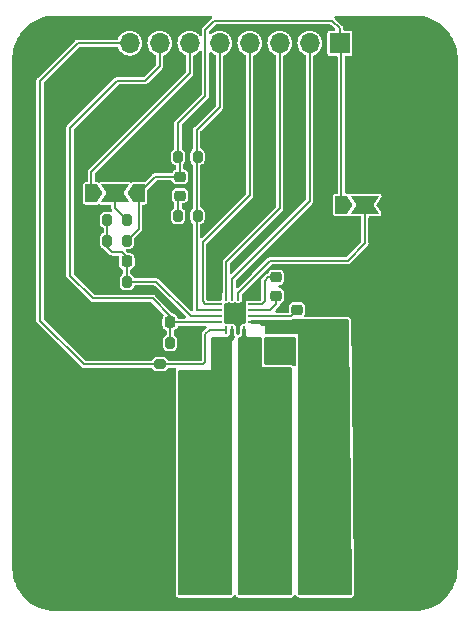
<source format=gbr>
%TF.GenerationSoftware,KiCad,Pcbnew,(6.0.5)*%
%TF.CreationDate,2022-10-05T18:31:43+01:00*%
%TF.ProjectId,DRV8876 Breakout,44525638-3837-4362-9042-7265616b6f75,V22.10.0.1*%
%TF.SameCoordinates,PX8c7ecc0PY4d83c00*%
%TF.FileFunction,Copper,L1,Top*%
%TF.FilePolarity,Positive*%
%FSLAX46Y46*%
G04 Gerber Fmt 4.6, Leading zero omitted, Abs format (unit mm)*
G04 Created by KiCad (PCBNEW (6.0.5)) date 2022-10-05 18:31:43*
%MOMM*%
%LPD*%
G01*
G04 APERTURE LIST*
G04 Aperture macros list*
%AMRoundRect*
0 Rectangle with rounded corners*
0 $1 Rounding radius*
0 $2 $3 $4 $5 $6 $7 $8 $9 X,Y pos of 4 corners*
0 Add a 4 corners polygon primitive as box body*
4,1,4,$2,$3,$4,$5,$6,$7,$8,$9,$2,$3,0*
0 Add four circle primitives for the rounded corners*
1,1,$1+$1,$2,$3*
1,1,$1+$1,$4,$5*
1,1,$1+$1,$6,$7*
1,1,$1+$1,$8,$9*
0 Add four rect primitives between the rounded corners*
20,1,$1+$1,$2,$3,$4,$5,0*
20,1,$1+$1,$4,$5,$6,$7,0*
20,1,$1+$1,$6,$7,$8,$9,0*
20,1,$1+$1,$8,$9,$2,$3,0*%
%AMFreePoly0*
4,1,6,1.000000,0.000000,0.500000,-0.750000,-0.500000,-0.750000,-0.500000,0.750000,0.500000,0.750000,1.000000,0.000000,1.000000,0.000000,$1*%
%AMFreePoly1*
4,1,7,0.700000,0.000000,1.200000,-0.750000,-1.200000,-0.750000,-0.700000,0.000000,-1.200000,0.750000,1.200000,0.750000,0.700000,0.000000,0.700000,0.000000,$1*%
G04 Aperture macros list end*
%TA.AperFunction,SMDPad,CuDef*%
%ADD10RoundRect,0.225000X0.225000X0.250000X-0.225000X0.250000X-0.225000X-0.250000X0.225000X-0.250000X0*%
%TD*%
%TA.AperFunction,SMDPad,CuDef*%
%ADD11RoundRect,0.200000X0.200000X0.275000X-0.200000X0.275000X-0.200000X-0.275000X0.200000X-0.275000X0*%
%TD*%
%TA.AperFunction,SMDPad,CuDef*%
%ADD12RoundRect,0.048000X-0.252000X-0.072000X0.252000X-0.072000X0.252000X0.072000X-0.252000X0.072000X0*%
%TD*%
%TA.AperFunction,SMDPad,CuDef*%
%ADD13RoundRect,0.048000X0.072000X-0.252000X0.072000X0.252000X-0.072000X0.252000X-0.072000X-0.252000X0*%
%TD*%
%TA.AperFunction,SMDPad,CuDef*%
%ADD14RoundRect,0.050000X-0.790000X-0.790000X0.790000X-0.790000X0.790000X0.790000X-0.790000X0.790000X0*%
%TD*%
%TA.AperFunction,ComponentPad*%
%ADD15C,0.500000*%
%TD*%
%TA.AperFunction,SMDPad,CuDef*%
%ADD16RoundRect,0.225000X-0.250000X0.225000X-0.250000X-0.225000X0.250000X-0.225000X0.250000X0.225000X0*%
%TD*%
%TA.AperFunction,SMDPad,CuDef*%
%ADD17RoundRect,0.200000X-0.275000X0.200000X-0.275000X-0.200000X0.275000X-0.200000X0.275000X0.200000X0*%
%TD*%
%TA.AperFunction,SMDPad,CuDef*%
%ADD18RoundRect,0.200000X-0.200000X-0.275000X0.200000X-0.275000X0.200000X0.275000X-0.200000X0.275000X0*%
%TD*%
%TA.AperFunction,SMDPad,CuDef*%
%ADD19RoundRect,0.225000X0.250000X-0.225000X0.250000X0.225000X-0.250000X0.225000X-0.250000X-0.225000X0*%
%TD*%
%TA.AperFunction,SMDPad,CuDef*%
%ADD20RoundRect,0.218750X0.256250X-0.218750X0.256250X0.218750X-0.256250X0.218750X-0.256250X-0.218750X0*%
%TD*%
%TA.AperFunction,SMDPad,CuDef*%
%ADD21FreePoly0,0.000000*%
%TD*%
%TA.AperFunction,SMDPad,CuDef*%
%ADD22FreePoly1,0.000000*%
%TD*%
%TA.AperFunction,SMDPad,CuDef*%
%ADD23FreePoly0,180.000000*%
%TD*%
%TA.AperFunction,SMDPad,CuDef*%
%ADD24RoundRect,0.250000X-1.950000X-1.000000X1.950000X-1.000000X1.950000X1.000000X-1.950000X1.000000X0*%
%TD*%
%TA.AperFunction,SMDPad,CuDef*%
%ADD25FreePoly1,180.000000*%
%TD*%
%TA.AperFunction,ComponentPad*%
%ADD26R,1.700000X1.700000*%
%TD*%
%TA.AperFunction,ComponentPad*%
%ADD27O,1.700000X1.700000*%
%TD*%
%TA.AperFunction,ViaPad*%
%ADD28C,0.700000*%
%TD*%
%TA.AperFunction,Conductor*%
%ADD29C,0.200000*%
%TD*%
%TA.AperFunction,Conductor*%
%ADD30C,0.300000*%
%TD*%
%TA.AperFunction,Conductor*%
%ADD31C,0.500000*%
%TD*%
G04 APERTURE END LIST*
D10*
%TO.P,C1,1*%
%TO.N,/VREF*%
X-9160000Y4400000D03*
%TO.P,C1,2*%
%TO.N,GND*%
X-10710000Y4400000D03*
%TD*%
D11*
%TO.P,R4,1*%
%TO.N,+3V3*%
X-9160000Y6150000D03*
%TO.P,R4,2*%
%TO.N,/VREF*%
X-10810000Y6150000D03*
%TD*%
D12*
%TO.P,U1,1,nSLEEP*%
%TO.N,/nSLEEP*%
X-1400000Y750000D03*
%TO.P,U1,2,nFAULT*%
%TO.N,/nFAULT*%
X-1400000Y250000D03*
%TO.P,U1,3,VREF*%
%TO.N,/VREF*%
X-1400000Y-250000D03*
%TO.P,U1,4,IPROPI*%
%TO.N,/IPROPI*%
X-1400000Y-750000D03*
D13*
%TO.P,U1,5,IMODE*%
%TO.N,/IMODE*%
X-750000Y-1400000D03*
%TO.P,U1,6,OUT1*%
%TO.N,/OUT2*%
X-250000Y-1400000D03*
%TO.P,U1,7,PGND*%
%TO.N,GND*%
X250000Y-1400000D03*
%TO.P,U1,8,OUT2*%
%TO.N,/OUT1*%
X750000Y-1400000D03*
D12*
%TO.P,U1,9,VM*%
%TO.N,/VM*%
X1400000Y-750000D03*
%TO.P,U1,10,VCP*%
%TO.N,/VCP*%
X1400000Y-250000D03*
%TO.P,U1,11,CPH*%
%TO.N,/CPH*%
X1400000Y250000D03*
%TO.P,U1,12,CPL*%
%TO.N,/CPL*%
X1400000Y750000D03*
D14*
%TO.P,U1,13,GND*%
%TO.N,GND*%
X0Y0D03*
D15*
X0Y0D03*
D13*
X750000Y1400000D03*
D15*
X500000Y500000D03*
X-500000Y-500000D03*
X500000Y-500000D03*
X-500000Y500000D03*
D13*
%TO.P,U1,14,PMODE*%
%TO.N,/PMODE*%
X250000Y1400000D03*
%TO.P,U1,15,EN/IN1*%
%TO.N,/EN{slash}IN1*%
X-250000Y1400000D03*
%TO.P,U1,16,PH/IN2*%
%TO.N,/PH{slash}IN2*%
X-750000Y1400000D03*
%TD*%
D16*
%TO.P,C5,1*%
%TO.N,/VM*%
X3500000Y-1250000D03*
%TO.P,C5,2*%
%TO.N,GND*%
X3500000Y-2800000D03*
%TD*%
D17*
%TO.P,R6,1*%
%TO.N,/IMODE*%
X-6350000Y-4318000D03*
%TO.P,R6,2*%
%TO.N,GND*%
X-6350000Y-5968000D03*
%TD*%
D11*
%TO.P,R7,1*%
%TO.N,/IPROPI*%
X-5500000Y-2500000D03*
%TO.P,R7,2*%
%TO.N,GND*%
X-7150000Y-2500000D03*
%TD*%
D18*
%TO.P,R2,1*%
%TO.N,/LED K*%
X-4825000Y8255000D03*
%TO.P,R2,2*%
%TO.N,/nFAULT*%
X-3175000Y8255000D03*
%TD*%
D19*
%TO.P,C4,1*%
%TO.N,/CPH*%
X3500000Y1500000D03*
%TO.P,C4,2*%
%TO.N,/CPL*%
X3500000Y3050000D03*
%TD*%
D20*
%TO.P,D1,1,K*%
%TO.N,/LED K*%
X-4675000Y9967500D03*
%TO.P,D1,2,A*%
%TO.N,+3V3*%
X-4675000Y11542500D03*
%TD*%
D11*
%TO.P,R3,1*%
%TO.N,/VREF Jumper*%
X-9160000Y7900000D03*
%TO.P,R3,2*%
%TO.N,/VREF*%
X-10810000Y7900000D03*
%TD*%
D10*
%TO.P,C2,1*%
%TO.N,/IPROPI*%
X-5500000Y-750000D03*
%TO.P,C2,2*%
%TO.N,GND*%
X-7050000Y-750000D03*
%TD*%
D21*
%TO.P,JP1,1,A*%
%TO.N,/VREF DAC In*%
X-12160000Y10150000D03*
D22*
%TO.P,JP1,2,C*%
%TO.N,/VREF Jumper*%
X-10160000Y10150000D03*
D23*
%TO.P,JP1,3,B*%
%TO.N,+3V3*%
X-8160000Y10150000D03*
%TD*%
D24*
%TO.P,C6,1*%
%TO.N,/VM*%
X7500000Y-8000000D03*
%TO.P,C6,2*%
%TO.N,GND*%
X15900000Y-8000000D03*
%TD*%
D23*
%TO.P,JP2,1,A*%
%TO.N,GND*%
X13000000Y9170000D03*
D25*
%TO.P,JP2,2,C*%
%TO.N,/PMODE*%
X11000000Y9170000D03*
D21*
%TO.P,JP2,3,B*%
%TO.N,+3V3*%
X9000000Y9170000D03*
%TD*%
D19*
%TO.P,C3,1*%
%TO.N,/VM*%
X5250000Y-1250000D03*
%TO.P,C3,2*%
%TO.N,/VCP*%
X5250000Y300000D03*
%TD*%
D11*
%TO.P,R5,1*%
%TO.N,/VREF*%
X-9160000Y2650000D03*
%TO.P,R5,2*%
%TO.N,GND*%
X-10810000Y2650000D03*
%TD*%
D18*
%TO.P,R1,1*%
%TO.N,+3V3*%
X-4825000Y13255000D03*
%TO.P,R1,2*%
%TO.N,/nFAULT*%
X-3175000Y13255000D03*
%TD*%
D26*
%TO.P,J1,1,Pin_1*%
%TO.N,+3V3*%
X8875000Y22860000D03*
D27*
%TO.P,J1,2,Pin_2*%
%TO.N,/EN{slash}IN1*%
X6335000Y22860000D03*
%TO.P,J1,3,Pin_3*%
%TO.N,/PH{slash}IN2*%
X3795000Y22860000D03*
%TO.P,J1,4,Pin_4*%
%TO.N,/nSLEEP*%
X1255000Y22860000D03*
%TO.P,J1,5,Pin_5*%
%TO.N,/nFAULT*%
X-1285000Y22860000D03*
%TO.P,J1,6,Pin_6*%
%TO.N,/VREF DAC In*%
X-3825000Y22860000D03*
%TO.P,J1,7,Pin_7*%
%TO.N,/IPROPI*%
X-6365000Y22860000D03*
%TO.P,J1,8,Pin_8*%
%TO.N,/IMODE*%
X-8905000Y22860000D03*
%TD*%
D26*
%TO.P,J2,1,Pin_1*%
%TO.N,/VM*%
X8890000Y-22860000D03*
D27*
%TO.P,J2,2,Pin_2*%
X6350000Y-22860000D03*
%TO.P,J2,3,Pin_3*%
%TO.N,/OUT1*%
X3810000Y-22860000D03*
%TO.P,J2,4,Pin_4*%
X1270000Y-22860000D03*
%TO.P,J2,5,Pin_5*%
%TO.N,/OUT2*%
X-1270000Y-22860000D03*
%TO.P,J2,6,Pin_6*%
X-3810000Y-22860000D03*
%TO.P,J2,7,Pin_7*%
%TO.N,GND*%
X-6350000Y-22860000D03*
%TO.P,J2,8,Pin_8*%
X-8890000Y-22860000D03*
%TD*%
D28*
%TO.N,GND*%
X-6350000Y-12700000D03*
X7620000Y10795000D03*
X13250000Y-8750000D03*
X12700000Y0D03*
X12700000Y19050000D03*
X12700000Y-19050000D03*
X-12700000Y6350000D03*
X-3810000Y-2540000D03*
X-8000000Y-750000D03*
X2540000Y21590000D03*
X0Y19050000D03*
X13250000Y-7250000D03*
X5080000Y19050000D03*
X-12700000Y19050000D03*
X12700000Y-6350000D03*
X0Y12700000D03*
X5080000Y11430000D03*
X-4445000Y18415000D03*
X-5080000Y21590000D03*
X3500000Y-3750000D03*
X-1905000Y10160000D03*
X12700000Y-12700000D03*
X12700000Y15240000D03*
X-7620000Y13970000D03*
X0Y21590000D03*
X-11660000Y4400000D03*
X5080000Y21590000D03*
X-7620000Y-19050000D03*
X-6350000Y-6858000D03*
X-3175000Y16510000D03*
X12700000Y6350000D03*
X-8000000Y-2500000D03*
X13000000Y10670000D03*
X-12700000Y-12700000D03*
X0Y6350000D03*
X-12700000Y14605000D03*
X2540000Y19685000D03*
X-6350000Y10160000D03*
X-12700000Y-19050000D03*
X2540000Y11430000D03*
X-12700000Y0D03*
X7620000Y19685000D03*
X-8890000Y18415000D03*
X-6350000Y4445000D03*
X-11660000Y2650000D03*
X6350000Y6350000D03*
X13250000Y-8000000D03*
X-12700000Y-6350000D03*
%TD*%
D29*
%TO.N,/IPROPI*%
X-5500000Y-215000D02*
X-6985000Y1270000D01*
X-5500000Y-750000D02*
X-1400000Y-750000D01*
X-6365000Y20947500D02*
X-6365000Y22860000D01*
X-12065000Y1270000D02*
X-13970000Y3175000D01*
X-13970000Y3175000D02*
X-13970000Y15699274D01*
X-5500000Y-2500000D02*
X-5500000Y-750000D01*
X-6985000Y1270000D02*
X-12065000Y1270000D01*
X-5500000Y-750000D02*
X-5500000Y-215000D01*
X-9984274Y19685000D02*
X-7627500Y19685000D01*
X-13970000Y15699274D02*
X-9984274Y19685000D01*
X-7627500Y19685000D02*
X-6365000Y20947500D01*
%TO.N,+3V3*%
X9000000Y9170000D02*
X9000000Y22735000D01*
X-2500000Y18420003D02*
X-4825000Y16095003D01*
X8250000Y24750000D02*
X-1750000Y24750000D01*
X-8160000Y7150000D02*
X-9160000Y6150000D01*
X8875000Y22860000D02*
X8875000Y24125000D01*
X8875000Y24125000D02*
X8250000Y24750000D01*
X9000000Y22735000D02*
X8875000Y22860000D01*
X-4675000Y11542500D02*
X-4675000Y12707500D01*
X-1750000Y24750000D02*
X-2500000Y24000000D01*
X-4825000Y16095003D02*
X-4825000Y13255000D01*
X-4675000Y11542500D02*
X-6767500Y11542500D01*
X-8160000Y10150000D02*
X-8160000Y7150000D01*
X-4675000Y13105000D02*
X-4825000Y13255000D01*
X-6767500Y11542500D02*
X-8160000Y10150000D01*
X-4675000Y11542500D02*
X-4675000Y13105000D01*
X-2500000Y24000000D02*
X-2500000Y18420003D01*
%TO.N,/EN{slash}IN1*%
X6335000Y22860000D02*
X6335000Y9510000D01*
X-250000Y2925000D02*
X-250000Y1400000D01*
X6335000Y9510000D02*
X-250000Y2925000D01*
%TO.N,/PH{slash}IN2*%
X-750000Y1400000D02*
X-750000Y4330000D01*
X-750000Y4330000D02*
X3795000Y8875000D01*
X3795000Y8875000D02*
X3795000Y22860000D01*
%TO.N,/nSLEEP*%
X1255000Y10005000D02*
X1255000Y22860000D01*
X-2750000Y6000000D02*
X1255000Y10005000D01*
X-2750000Y1000000D02*
X-2750000Y6000000D01*
X-2500000Y750000D02*
X-2750000Y1000000D01*
X-1400000Y750000D02*
X-2500000Y750000D01*
%TO.N,/nFAULT*%
X-3250000Y15516452D02*
X-3250000Y250000D01*
X-1285000Y17481452D02*
X-3250000Y15516452D01*
X-1285000Y22860000D02*
X-1285000Y17481452D01*
X-3210000Y13290000D02*
X-3175000Y13255000D01*
X-3250000Y250000D02*
X-1400000Y250000D01*
%TO.N,/PMODE*%
X2979533Y4445000D02*
X9525000Y4445000D01*
X11000000Y5920000D02*
X11000000Y8460000D01*
X250000Y1715467D02*
X2979533Y4445000D01*
X9525000Y4445000D02*
X11000000Y5920000D01*
X250000Y1400000D02*
X250000Y1715467D01*
%TO.N,/IMODE*%
X-2150000Y-1400000D02*
X-2500000Y-1750000D01*
X-12827000Y-4318000D02*
X-16510000Y-635000D01*
X-16510000Y19685000D02*
X-13335000Y22860000D01*
X-13335000Y22860000D02*
X-8905000Y22860000D01*
X-2730500Y-4318000D02*
X-12827000Y-4318000D01*
X-750000Y-1400000D02*
X-2150000Y-1400000D01*
X-16510000Y-635000D02*
X-16510000Y19685000D01*
X-2500000Y-4087500D02*
X-2730500Y-4318000D01*
X-2500000Y-1750000D02*
X-2500000Y-4087500D01*
D30*
%TO.N,GND*%
X750000Y750000D02*
X0Y0D01*
D31*
X15900000Y-8000000D02*
X15150000Y-8750000D01*
X15150000Y-7250000D02*
X13250000Y-7250000D01*
X-6350000Y-6858000D02*
X-6350000Y-5905000D01*
X-7050000Y-750000D02*
X-8000000Y-750000D01*
X-10810000Y2650000D02*
X-11660000Y2650000D01*
D30*
X250000Y-250000D02*
X0Y0D01*
D31*
X-10710000Y4400000D02*
X-11660000Y4400000D01*
D30*
X250000Y-1400000D02*
X250000Y-250000D01*
D31*
X15900000Y-8000000D02*
X15150000Y-7250000D01*
D30*
X750000Y1400000D02*
X750000Y750000D01*
D31*
X-7150000Y-2500000D02*
X-8000000Y-2500000D01*
X15150000Y-8750000D02*
X13250000Y-8750000D01*
D29*
X13000000Y9170000D02*
X13000000Y10670000D01*
D31*
X15900000Y-8000000D02*
X13250000Y-8000000D01*
X3500000Y-2800000D02*
X3500000Y-3750000D01*
D29*
%TO.N,/VREF Jumper*%
X-10160000Y8900000D02*
X-9160000Y7900000D01*
X-10160000Y10150000D02*
X-10160000Y8900000D01*
D30*
%TO.N,/VM*%
X1400000Y-750000D02*
X2250000Y-750000D01*
D31*
X8890000Y-22860000D02*
X6350000Y-22860000D01*
X7500000Y-8000000D02*
X7500000Y-19750000D01*
X5250000Y-1250000D02*
X7000000Y-1250000D01*
X7500000Y-19750000D02*
X6350000Y-20900000D01*
X6350000Y-20900000D02*
X6350000Y-22860000D01*
X7000000Y-1250000D02*
X7500000Y-1750000D01*
X3500000Y-1250000D02*
X3049520Y-799520D01*
X3049520Y-799520D02*
X2250000Y-799520D01*
X3500000Y-1250000D02*
X5250000Y-1250000D01*
X7500000Y-1750000D02*
X7500000Y-8000000D01*
D29*
%TO.N,/VREF DAC In*%
X-12160000Y11970000D02*
X-12160000Y10150000D01*
X-3825000Y22860000D02*
X-3825000Y20305000D01*
X-3825000Y20305000D02*
X-12160000Y11970000D01*
%TO.N,/VCP*%
X1400000Y-250000D02*
X4700000Y-250000D01*
X4700000Y-250000D02*
X5250000Y300000D01*
%TO.N,/VREF*%
X-9160000Y2650000D02*
X-6650000Y2650000D01*
X-10810000Y5574520D02*
X-10410000Y5174520D01*
X-9160000Y4775000D02*
X-9160000Y4400000D01*
X-10810000Y7900000D02*
X-10810000Y6150000D01*
X-9559520Y5174520D02*
X-9160000Y4775000D01*
X-10810000Y6150000D02*
X-10810000Y5574520D01*
X-3750000Y-250000D02*
X-1400000Y-250000D01*
X-6650000Y2650000D02*
X-3750000Y-250000D01*
X-9160000Y4400000D02*
X-9160000Y2650000D01*
X-10410000Y5174520D02*
X-9559520Y5174520D01*
D30*
%TO.N,/OUT1*%
X1270000Y-22860000D02*
X3810000Y-22860000D01*
D31*
X1270000Y-23495000D02*
X1270000Y-4405000D01*
X750000Y-3885000D02*
X750000Y-2000000D01*
D30*
X750000Y-1400000D02*
X750000Y-2000000D01*
D31*
X1270000Y-4405000D02*
X750000Y-3885000D01*
%TO.N,/OUT2*%
X-1270000Y-22820000D02*
X-1270000Y-3020000D01*
D30*
X-250000Y-1400000D02*
X-250000Y-2000000D01*
D31*
X-1270000Y-3020000D02*
X-250000Y-2000000D01*
X-3810000Y-22860000D02*
X-1270000Y-22860000D01*
D29*
%TO.N,/CPH*%
X3000000Y250000D02*
X1400000Y250000D01*
X3500000Y1500000D02*
X3500000Y750000D01*
X3500000Y750000D02*
X3000000Y250000D01*
%TO.N,/CPL*%
X2500000Y1000000D02*
X2500000Y2750000D01*
X2800000Y3050000D02*
X3500000Y3050000D01*
X2250000Y750000D02*
X2500000Y1000000D01*
X2500000Y2750000D02*
X2800000Y3050000D01*
X1400000Y750000D02*
X2250000Y750000D01*
%TO.N,/LED K*%
X-4825000Y9817500D02*
X-4675000Y9967500D01*
X-4825000Y8255000D02*
X-4825000Y9817500D01*
%TD*%
%TA.AperFunction,Conductor*%
%TO.N,GND*%
G36*
X-1964623Y25179498D02*
G01*
X-1918130Y25125842D01*
X-1908026Y25055568D01*
X-1937520Y24990988D01*
X-1946206Y24982103D01*
X-1955348Y24976468D01*
X-1971916Y24954680D01*
X-1983110Y24941861D01*
X-2675452Y24249519D01*
X-2677486Y24247763D01*
X-2682269Y24245425D01*
X-2690181Y24236896D01*
X-2690182Y24236895D01*
X-2715573Y24209523D01*
X-2718853Y24206118D01*
X-2732248Y24192723D01*
X-2734972Y24188753D01*
X-2737297Y24186105D01*
X-2750492Y24171881D01*
X-2750494Y24171878D01*
X-2758401Y24163354D01*
X-2762711Y24152550D01*
X-2765233Y24148561D01*
X-2770994Y24137773D01*
X-2772911Y24133448D01*
X-2779492Y24123854D01*
X-2782178Y24112535D01*
X-2782179Y24112533D01*
X-2785183Y24099873D01*
X-2790748Y24082276D01*
X-2796588Y24067638D01*
X-2799883Y24059378D01*
X-2800500Y24053085D01*
X-2800500Y24050006D01*
X-2800650Y24046933D01*
X-2800866Y24046944D01*
X-2802198Y24035569D01*
X-2802654Y24026254D01*
X-2805340Y24014934D01*
X-2803771Y24003405D01*
X-2803771Y24003404D01*
X-2801651Y23987827D01*
X-2800500Y23970836D01*
X-2800500Y23619867D01*
X-2820502Y23551746D01*
X-2874158Y23505253D01*
X-2944432Y23495149D01*
X-3009012Y23524643D01*
X-3024143Y23540231D01*
X-3047248Y23568561D01*
X-3075989Y23603800D01*
X-3093214Y23618050D01*
X-3229975Y23731189D01*
X-3229979Y23731191D01*
X-3234725Y23735118D01*
X-3415945Y23833103D01*
X-3612746Y23894023D01*
X-3618871Y23894667D01*
X-3618872Y23894667D01*
X-3811502Y23914913D01*
X-3811504Y23914913D01*
X-3817631Y23915557D01*
X-3904471Y23907654D01*
X-4016658Y23897445D01*
X-4016661Y23897444D01*
X-4022797Y23896886D01*
X-4220428Y23838720D01*
X-4402998Y23743274D01*
X-4407799Y23739414D01*
X-4407802Y23739412D01*
X-4556486Y23619867D01*
X-4563553Y23614185D01*
X-4695976Y23456370D01*
X-4698944Y23450972D01*
X-4698947Y23450967D01*
X-4705685Y23438710D01*
X-4795224Y23275838D01*
X-4797087Y23269965D01*
X-4832022Y23159834D01*
X-4857516Y23079468D01*
X-4858202Y23073351D01*
X-4858203Y23073347D01*
X-4870303Y22965468D01*
X-4880480Y22874738D01*
X-4863241Y22669447D01*
X-4861542Y22663522D01*
X-4808883Y22479879D01*
X-4806456Y22471414D01*
X-4803641Y22465937D01*
X-4803640Y22465934D01*
X-4782753Y22425293D01*
X-4712288Y22288182D01*
X-4584323Y22126730D01*
X-4579630Y22122736D01*
X-4579629Y22122735D01*
X-4553762Y22100721D01*
X-4427436Y21993209D01*
X-4422058Y21990203D01*
X-4422056Y21990202D01*
X-4411288Y21984184D01*
X-4247602Y21892703D01*
X-4212564Y21881318D01*
X-4153959Y21841247D01*
X-4126322Y21775851D01*
X-4125500Y21761486D01*
X-4125500Y20481661D01*
X-4145502Y20413540D01*
X-4162405Y20392566D01*
X-12335452Y12219519D01*
X-12337486Y12217763D01*
X-12342269Y12215425D01*
X-12350181Y12206896D01*
X-12350182Y12206895D01*
X-12375573Y12179523D01*
X-12378853Y12176118D01*
X-12392248Y12162723D01*
X-12394972Y12158753D01*
X-12397297Y12156105D01*
X-12410492Y12141881D01*
X-12410494Y12141878D01*
X-12418401Y12133354D01*
X-12422711Y12122550D01*
X-12425233Y12118561D01*
X-12430994Y12107773D01*
X-12432911Y12103448D01*
X-12439492Y12093854D01*
X-12442178Y12082535D01*
X-12442179Y12082533D01*
X-12445183Y12069873D01*
X-12450748Y12052276D01*
X-12459883Y12029378D01*
X-12460500Y12023085D01*
X-12460500Y12020006D01*
X-12460650Y12016933D01*
X-12460866Y12016944D01*
X-12462198Y12005569D01*
X-12462654Y11996254D01*
X-12465340Y11984934D01*
X-12463771Y11973405D01*
X-12463771Y11973404D01*
X-12461651Y11957827D01*
X-12460500Y11940836D01*
X-12460500Y11230428D01*
X-12480502Y11162307D01*
X-12534158Y11115814D01*
X-12586500Y11104428D01*
X-12660000Y11104428D01*
X-12666068Y11103221D01*
X-12726061Y11091288D01*
X-12726062Y11091288D01*
X-12738231Y11088867D01*
X-12804552Y11044552D01*
X-12848867Y10978231D01*
X-12864428Y10900000D01*
X-12864428Y9400000D01*
X-12863221Y9393932D01*
X-12853815Y9346646D01*
X-12848867Y9321769D01*
X-12804552Y9255448D01*
X-12738231Y9211133D01*
X-12726062Y9208712D01*
X-12726061Y9208712D01*
X-12675349Y9198625D01*
X-12660000Y9195572D01*
X-11660000Y9195572D01*
X-11619908Y9199542D01*
X-11559458Y9224655D01*
X-11488878Y9232318D01*
X-11460762Y9220979D01*
X-11460017Y9222777D01*
X-11448547Y9218026D01*
X-11438231Y9211133D01*
X-11426062Y9208712D01*
X-11426061Y9208712D01*
X-11375349Y9198625D01*
X-11360000Y9195572D01*
X-10586500Y9195572D01*
X-10518379Y9175570D01*
X-10471886Y9121914D01*
X-10460500Y9069572D01*
X-10460500Y8952366D01*
X-10460696Y8949693D01*
X-10462425Y8944658D01*
X-10461989Y8933036D01*
X-10461989Y8933034D01*
X-10460589Y8895745D01*
X-10460500Y8891019D01*
X-10460500Y8872052D01*
X-10459618Y8867317D01*
X-10459390Y8863791D01*
X-10458226Y8832792D01*
X-10453636Y8822107D01*
X-10452599Y8817507D01*
X-10449038Y8805786D01*
X-10447339Y8801383D01*
X-10445209Y8789947D01*
X-10439105Y8780045D01*
X-10432273Y8768961D01*
X-10423773Y8752600D01*
X-10421031Y8746217D01*
X-10412510Y8675737D01*
X-10443448Y8611835D01*
X-10504022Y8574804D01*
X-10556503Y8572019D01*
X-10567959Y8573834D01*
X-10573593Y8574726D01*
X-10573595Y8574726D01*
X-10578481Y8575500D01*
X-10809953Y8575500D01*
X-11041518Y8575499D01*
X-11046411Y8574724D01*
X-11046412Y8574724D01*
X-11125506Y8562198D01*
X-11125508Y8562197D01*
X-11135304Y8560646D01*
X-11248342Y8503050D01*
X-11338050Y8413342D01*
X-11395646Y8300304D01*
X-11397196Y8290515D01*
X-11397197Y8290513D01*
X-11398020Y8285318D01*
X-11410500Y8206519D01*
X-11410499Y7593482D01*
X-11395646Y7499696D01*
X-11338050Y7386658D01*
X-11248342Y7296950D01*
X-11179296Y7261769D01*
X-11127682Y7213022D01*
X-11110500Y7149503D01*
X-11110500Y6900497D01*
X-11130502Y6832376D01*
X-11179296Y6788231D01*
X-11248342Y6753050D01*
X-11338050Y6663342D01*
X-11395646Y6550304D01*
X-11410500Y6456519D01*
X-11410499Y5843482D01*
X-11409724Y5838591D01*
X-11409724Y5838588D01*
X-11399089Y5771439D01*
X-11395646Y5749696D01*
X-11338050Y5636658D01*
X-11248342Y5546950D01*
X-11135304Y5489354D01*
X-11136677Y5486659D01*
X-11091372Y5455681D01*
X-11073145Y5425658D01*
X-11067548Y5412630D01*
X-11067546Y5412627D01*
X-11064036Y5404457D01*
X-11060022Y5399571D01*
X-11057837Y5397386D01*
X-11055785Y5395123D01*
X-11055945Y5394978D01*
X-11048825Y5385971D01*
X-11042573Y5379076D01*
X-11036468Y5369172D01*
X-11020183Y5356789D01*
X-11014693Y5352614D01*
X-11001864Y5341413D01*
X-10659512Y4999060D01*
X-10657763Y4997034D01*
X-10655425Y4992251D01*
X-10619510Y4958935D01*
X-10616131Y4955679D01*
X-10602724Y4942272D01*
X-10598745Y4939542D01*
X-10596116Y4937234D01*
X-10573354Y4916119D01*
X-10562547Y4911808D01*
X-10558552Y4909282D01*
X-10547758Y4903519D01*
X-10543446Y4901608D01*
X-10533854Y4895028D01*
X-10522537Y4892342D01*
X-10522536Y4892342D01*
X-10509873Y4889337D01*
X-10492276Y4883772D01*
X-10477638Y4877932D01*
X-10477635Y4877931D01*
X-10469378Y4874637D01*
X-10463085Y4874020D01*
X-10460006Y4874020D01*
X-10456933Y4873870D01*
X-10456944Y4873654D01*
X-10445569Y4872322D01*
X-10436254Y4871866D01*
X-10424934Y4869180D01*
X-10413405Y4870749D01*
X-10413404Y4870749D01*
X-10397827Y4872869D01*
X-10380836Y4874020D01*
X-9927850Y4874020D01*
X-9859729Y4854018D01*
X-9813236Y4800362D01*
X-9803401Y4728309D01*
X-9810500Y4683488D01*
X-9810500Y4116512D01*
X-9794719Y4016874D01*
X-9733528Y3896780D01*
X-9638220Y3801472D01*
X-9629387Y3796972D01*
X-9629388Y3796972D01*
X-9529297Y3745973D01*
X-9477682Y3697225D01*
X-9460500Y3633706D01*
X-9460500Y3400497D01*
X-9480502Y3332376D01*
X-9529296Y3288231D01*
X-9598342Y3253050D01*
X-9688050Y3163342D01*
X-9745646Y3050304D01*
X-9747196Y3040515D01*
X-9747197Y3040513D01*
X-9747898Y3036086D01*
X-9760500Y2956519D01*
X-9760499Y2343482D01*
X-9759724Y2338589D01*
X-9759724Y2338588D01*
X-9755607Y2312595D01*
X-9745646Y2249696D01*
X-9688050Y2136658D01*
X-9598342Y2046950D01*
X-9485304Y1989354D01*
X-9475515Y1987804D01*
X-9475513Y1987803D01*
X-9448151Y1983470D01*
X-9391519Y1974500D01*
X-9160047Y1974500D01*
X-8928482Y1974501D01*
X-8923588Y1975276D01*
X-8844494Y1987802D01*
X-8844492Y1987803D01*
X-8834696Y1989354D01*
X-8721658Y2046950D01*
X-8631950Y2136658D01*
X-8574354Y2249696D01*
X-8572803Y2259489D01*
X-8571845Y2262437D01*
X-8531771Y2321042D01*
X-8466374Y2348679D01*
X-8452012Y2349500D01*
X-6826661Y2349500D01*
X-6758540Y2329498D01*
X-6737566Y2312595D01*
X-4190567Y-234405D01*
X-4156541Y-296717D01*
X-4161606Y-367533D01*
X-4204153Y-424368D01*
X-4270673Y-449179D01*
X-4279662Y-449500D01*
X-4748521Y-449500D01*
X-4816642Y-429498D01*
X-4863135Y-375842D01*
X-4864358Y-372700D01*
X-4865281Y-366874D01*
X-4872583Y-352542D01*
X-4921972Y-255612D01*
X-4926472Y-246780D01*
X-5021780Y-151472D01*
X-5141874Y-90281D01*
X-5151665Y-88730D01*
X-5151666Y-88730D01*
X-5171441Y-85598D01*
X-5235594Y-55186D01*
X-5245789Y-44568D01*
X-5245951Y-44715D01*
X-5248026Y-42427D01*
X-5249978Y-40051D01*
X-5252159Y-37870D01*
X-5254215Y-35603D01*
X-5254055Y-35458D01*
X-5261175Y-26451D01*
X-5267427Y-19556D01*
X-5273532Y-9652D01*
X-5295320Y6916D01*
X-5308139Y18110D01*
X-6735481Y1445452D01*
X-6737237Y1447486D01*
X-6739575Y1452269D01*
X-6775477Y1485573D01*
X-6778882Y1488853D01*
X-6792277Y1502248D01*
X-6796247Y1504972D01*
X-6798895Y1507297D01*
X-6813119Y1520492D01*
X-6813122Y1520494D01*
X-6821646Y1528401D01*
X-6832450Y1532711D01*
X-6836439Y1535233D01*
X-6847227Y1540994D01*
X-6851552Y1542911D01*
X-6861146Y1549492D01*
X-6872465Y1552178D01*
X-6872467Y1552179D01*
X-6885127Y1555183D01*
X-6902724Y1560748D01*
X-6917362Y1566588D01*
X-6917365Y1566589D01*
X-6925622Y1569883D01*
X-6931915Y1570500D01*
X-6934994Y1570500D01*
X-6938067Y1570650D01*
X-6938056Y1570866D01*
X-6949431Y1572198D01*
X-6958746Y1572654D01*
X-6970066Y1575340D01*
X-6981595Y1573771D01*
X-6981596Y1573771D01*
X-6997173Y1571651D01*
X-7014164Y1570500D01*
X-11888339Y1570500D01*
X-11956460Y1590502D01*
X-11977434Y1607405D01*
X-13632595Y3262566D01*
X-13666621Y3324878D01*
X-13669500Y3351661D01*
X-13669500Y15522613D01*
X-13649498Y15590734D01*
X-13632595Y15611708D01*
X-9896708Y19347595D01*
X-9834396Y19381621D01*
X-9807613Y19384500D01*
X-7679866Y19384500D01*
X-7677193Y19384304D01*
X-7672158Y19382575D01*
X-7660536Y19383011D01*
X-7660534Y19383011D01*
X-7623245Y19384411D01*
X-7618519Y19384500D01*
X-7599552Y19384500D01*
X-7594817Y19385382D01*
X-7591291Y19385610D01*
X-7587551Y19385751D01*
X-7560292Y19386774D01*
X-7549607Y19391364D01*
X-7545007Y19392401D01*
X-7533286Y19395962D01*
X-7528883Y19397661D01*
X-7517447Y19399791D01*
X-7496459Y19412728D01*
X-7480089Y19421231D01*
X-7465612Y19427451D01*
X-7465608Y19427453D01*
X-7457437Y19430964D01*
X-7452551Y19434978D01*
X-7450366Y19437163D01*
X-7448103Y19439215D01*
X-7447958Y19439055D01*
X-7438951Y19446175D01*
X-7432056Y19452427D01*
X-7422152Y19458532D01*
X-7405584Y19480320D01*
X-7394390Y19493139D01*
X-6189548Y20697981D01*
X-6187514Y20699737D01*
X-6182731Y20702075D01*
X-6149427Y20737977D01*
X-6146147Y20741382D01*
X-6132752Y20754777D01*
X-6130028Y20758747D01*
X-6127703Y20761395D01*
X-6114510Y20775618D01*
X-6106599Y20784146D01*
X-6102287Y20794953D01*
X-6099768Y20798938D01*
X-6093996Y20809747D01*
X-6092089Y20814052D01*
X-6085507Y20823646D01*
X-6079814Y20847636D01*
X-6074249Y20865232D01*
X-6068414Y20879858D01*
X-6065117Y20888122D01*
X-6064500Y20894415D01*
X-6064500Y20897497D01*
X-6064350Y20900567D01*
X-6064134Y20900556D01*
X-6062802Y20911931D01*
X-6062347Y20921245D01*
X-6059660Y20932566D01*
X-6063349Y20959673D01*
X-6064500Y20976664D01*
X-6064500Y21758721D01*
X-6044498Y21826842D01*
X-5990842Y21873335D01*
X-5987985Y21874540D01*
X-5983275Y21875855D01*
X-5799390Y21968742D01*
X-5777163Y21986107D01*
X-5641899Y22091787D01*
X-5637049Y22095576D01*
X-5623886Y22110825D01*
X-5506460Y22246866D01*
X-5506460Y22246867D01*
X-5502436Y22251528D01*
X-5481613Y22288182D01*
X-5403724Y22425293D01*
X-5400677Y22430656D01*
X-5335649Y22626137D01*
X-5309829Y22830526D01*
X-5309417Y22860000D01*
X-5329520Y23065030D01*
X-5389065Y23262251D01*
X-5485782Y23444151D01*
X-5564143Y23540231D01*
X-5612094Y23599025D01*
X-5612097Y23599028D01*
X-5615989Y23603800D01*
X-5633214Y23618050D01*
X-5769975Y23731189D01*
X-5769979Y23731191D01*
X-5774725Y23735118D01*
X-5955945Y23833103D01*
X-6152746Y23894023D01*
X-6158871Y23894667D01*
X-6158872Y23894667D01*
X-6351502Y23914913D01*
X-6351504Y23914913D01*
X-6357631Y23915557D01*
X-6444471Y23907654D01*
X-6556658Y23897445D01*
X-6556661Y23897444D01*
X-6562797Y23896886D01*
X-6760428Y23838720D01*
X-6942998Y23743274D01*
X-6947799Y23739414D01*
X-6947802Y23739412D01*
X-7096486Y23619867D01*
X-7103553Y23614185D01*
X-7235976Y23456370D01*
X-7238944Y23450972D01*
X-7238947Y23450967D01*
X-7245685Y23438710D01*
X-7335224Y23275838D01*
X-7337087Y23269965D01*
X-7372022Y23159834D01*
X-7397516Y23079468D01*
X-7398202Y23073351D01*
X-7398203Y23073347D01*
X-7410303Y22965468D01*
X-7420480Y22874738D01*
X-7403241Y22669447D01*
X-7401542Y22663522D01*
X-7348883Y22479879D01*
X-7346456Y22471414D01*
X-7343641Y22465937D01*
X-7343640Y22465934D01*
X-7322753Y22425293D01*
X-7252288Y22288182D01*
X-7124323Y22126730D01*
X-7119630Y22122736D01*
X-7119629Y22122735D01*
X-7093762Y22100721D01*
X-6967436Y21993209D01*
X-6962058Y21990203D01*
X-6962056Y21990202D01*
X-6951288Y21984184D01*
X-6787602Y21892703D01*
X-6752564Y21881318D01*
X-6693959Y21841247D01*
X-6666322Y21775851D01*
X-6665500Y21761486D01*
X-6665500Y21124162D01*
X-6685502Y21056041D01*
X-6702405Y21035067D01*
X-7715066Y20022405D01*
X-7777378Y19988380D01*
X-7804161Y19985500D01*
X-9931908Y19985500D01*
X-9934581Y19985696D01*
X-9939616Y19987425D01*
X-9951238Y19986989D01*
X-9951240Y19986989D01*
X-9988529Y19985589D01*
X-9993255Y19985500D01*
X-10012222Y19985500D01*
X-10016957Y19984618D01*
X-10020483Y19984390D01*
X-10024223Y19984249D01*
X-10051482Y19983226D01*
X-10062167Y19978636D01*
X-10066767Y19977599D01*
X-10078488Y19974038D01*
X-10082891Y19972339D01*
X-10094327Y19970209D01*
X-10115313Y19957273D01*
X-10131685Y19948769D01*
X-10146165Y19942548D01*
X-10146170Y19942545D01*
X-10154337Y19939036D01*
X-10159223Y19935023D01*
X-10161406Y19932840D01*
X-10163682Y19930776D01*
X-10163828Y19930937D01*
X-10172813Y19923835D01*
X-10179720Y19917572D01*
X-10189622Y19911468D01*
X-10196663Y19902208D01*
X-10206180Y19889693D01*
X-10217381Y19876865D01*
X-14145452Y15948793D01*
X-14147486Y15947037D01*
X-14152269Y15944699D01*
X-14160181Y15936170D01*
X-14160182Y15936169D01*
X-14185573Y15908797D01*
X-14188853Y15905392D01*
X-14202248Y15891997D01*
X-14204972Y15888027D01*
X-14207297Y15885379D01*
X-14220492Y15871155D01*
X-14220494Y15871152D01*
X-14228401Y15862628D01*
X-14232711Y15851824D01*
X-14235233Y15847835D01*
X-14240994Y15837047D01*
X-14242911Y15832722D01*
X-14249492Y15823128D01*
X-14252178Y15811809D01*
X-14252179Y15811807D01*
X-14255183Y15799147D01*
X-14260748Y15781550D01*
X-14269883Y15758652D01*
X-14270500Y15752359D01*
X-14270500Y15749280D01*
X-14270650Y15746207D01*
X-14270866Y15746218D01*
X-14272198Y15734843D01*
X-14272654Y15725528D01*
X-14275340Y15714208D01*
X-14273771Y15702679D01*
X-14273771Y15702678D01*
X-14271651Y15687101D01*
X-14270500Y15670110D01*
X-14270500Y3227366D01*
X-14270696Y3224693D01*
X-14272425Y3219658D01*
X-14271989Y3208036D01*
X-14271989Y3208034D01*
X-14270589Y3170745D01*
X-14270500Y3166019D01*
X-14270500Y3147052D01*
X-14269618Y3142317D01*
X-14269390Y3138791D01*
X-14268226Y3107792D01*
X-14263636Y3097107D01*
X-14262599Y3092507D01*
X-14259038Y3080786D01*
X-14257339Y3076383D01*
X-14255209Y3064947D01*
X-14249105Y3055045D01*
X-14242273Y3043961D01*
X-14233769Y3027589D01*
X-14227549Y3013112D01*
X-14227547Y3013108D01*
X-14224036Y3004937D01*
X-14220022Y3000051D01*
X-14217837Y2997866D01*
X-14215785Y2995603D01*
X-14215945Y2995458D01*
X-14208825Y2986451D01*
X-14202573Y2979556D01*
X-14196468Y2969652D01*
X-14174680Y2953084D01*
X-14161861Y2941890D01*
X-12314519Y1094548D01*
X-12312763Y1092514D01*
X-12310425Y1087731D01*
X-12301896Y1079819D01*
X-12301895Y1079818D01*
X-12274523Y1054427D01*
X-12271118Y1051147D01*
X-12257723Y1037752D01*
X-12253753Y1035028D01*
X-12251105Y1032703D01*
X-12228354Y1011599D01*
X-12217547Y1007287D01*
X-12213562Y1004768D01*
X-12202753Y998996D01*
X-12198448Y997089D01*
X-12188854Y990507D01*
X-12165926Y985066D01*
X-12164864Y984814D01*
X-12147268Y979249D01*
X-12124378Y970117D01*
X-12118085Y969500D01*
X-12115003Y969500D01*
X-12111933Y969350D01*
X-12111944Y969134D01*
X-12100569Y967802D01*
X-12091255Y967347D01*
X-12079934Y964660D01*
X-12068405Y966229D01*
X-12068404Y966229D01*
X-12052827Y968349D01*
X-12035836Y969500D01*
X-7161661Y969500D01*
X-7093540Y949498D01*
X-7072566Y932595D01*
X-6072455Y-67516D01*
X-6038429Y-129828D01*
X-6043494Y-200643D01*
X-6062593Y-230361D01*
X-6060687Y-231746D01*
X-6066515Y-239767D01*
X-6073528Y-246780D01*
X-6134719Y-366874D01*
X-6150500Y-466512D01*
X-6150500Y-1033488D01*
X-6140940Y-1093851D01*
X-6136718Y-1120502D01*
X-6134719Y-1133126D01*
X-6073528Y-1253220D01*
X-5978220Y-1348528D01*
X-5969387Y-1353028D01*
X-5969388Y-1353028D01*
X-5869297Y-1404027D01*
X-5817682Y-1452775D01*
X-5800500Y-1516294D01*
X-5800500Y-1749503D01*
X-5820502Y-1817624D01*
X-5869296Y-1861769D01*
X-5938342Y-1896950D01*
X-6028050Y-1986658D01*
X-6085646Y-2099696D01*
X-6100500Y-2193481D01*
X-6100499Y-2806518D01*
X-6085646Y-2900304D01*
X-6028050Y-3013342D01*
X-5938342Y-3103050D01*
X-5825304Y-3160646D01*
X-5815515Y-3162196D01*
X-5815513Y-3162197D01*
X-5788151Y-3166530D01*
X-5731519Y-3175500D01*
X-5500047Y-3175500D01*
X-5268482Y-3175499D01*
X-5263588Y-3174724D01*
X-5184494Y-3162198D01*
X-5184492Y-3162197D01*
X-5174696Y-3160646D01*
X-5061658Y-3103050D01*
X-4971950Y-3013342D01*
X-4914354Y-2900304D01*
X-4899500Y-2806519D01*
X-4899501Y-2193482D01*
X-4905120Y-2158000D01*
X-4912802Y-2109494D01*
X-4912803Y-2109492D01*
X-4914354Y-2099696D01*
X-4971950Y-1986658D01*
X-5061658Y-1896950D01*
X-5130704Y-1861769D01*
X-5182318Y-1813022D01*
X-5199500Y-1749503D01*
X-5199500Y-1516294D01*
X-5179498Y-1448173D01*
X-5130703Y-1404027D01*
X-5030612Y-1353028D01*
X-5030613Y-1353028D01*
X-5021780Y-1348528D01*
X-4926472Y-1253220D01*
X-4865281Y-1133126D01*
X-4865270Y-1133053D01*
X-4828283Y-1078960D01*
X-4762886Y-1051322D01*
X-4748521Y-1050500D01*
X-2529663Y-1050500D01*
X-2461542Y-1070502D01*
X-2415049Y-1124158D01*
X-2404945Y-1194432D01*
X-2434439Y-1259012D01*
X-2440567Y-1265595D01*
X-2675455Y-1500484D01*
X-2677485Y-1502237D01*
X-2682269Y-1504575D01*
X-2690181Y-1513104D01*
X-2690182Y-1513105D01*
X-2715573Y-1540477D01*
X-2718853Y-1543882D01*
X-2732248Y-1557277D01*
X-2734972Y-1561247D01*
X-2737297Y-1563895D01*
X-2750492Y-1578119D01*
X-2750494Y-1578122D01*
X-2758401Y-1586646D01*
X-2762711Y-1597450D01*
X-2765233Y-1601439D01*
X-2770994Y-1612227D01*
X-2772911Y-1616552D01*
X-2779492Y-1626146D01*
X-2782178Y-1637465D01*
X-2782179Y-1637467D01*
X-2785183Y-1650127D01*
X-2790748Y-1667724D01*
X-2793479Y-1674570D01*
X-2799883Y-1690622D01*
X-2800500Y-1696915D01*
X-2800500Y-1699994D01*
X-2800650Y-1703067D01*
X-2800866Y-1703056D01*
X-2802198Y-1714431D01*
X-2802654Y-1723746D01*
X-2805340Y-1735066D01*
X-2803771Y-1746595D01*
X-2803771Y-1746596D01*
X-2801651Y-1762173D01*
X-2800500Y-1779164D01*
X-2800500Y-3891500D01*
X-2820502Y-3959621D01*
X-2874158Y-4006114D01*
X-2926500Y-4017500D01*
X-5599503Y-4017500D01*
X-5667624Y-3997498D01*
X-5711770Y-3948703D01*
X-5742450Y-3888490D01*
X-5746950Y-3879658D01*
X-5836658Y-3789950D01*
X-5949696Y-3732354D01*
X-5959485Y-3730804D01*
X-5959487Y-3730803D01*
X-5986849Y-3726470D01*
X-6043481Y-3717500D01*
X-6349938Y-3717500D01*
X-6656518Y-3717501D01*
X-6661411Y-3718276D01*
X-6661412Y-3718276D01*
X-6740506Y-3730802D01*
X-6740508Y-3730803D01*
X-6750304Y-3732354D01*
X-6863342Y-3789950D01*
X-6953050Y-3879658D01*
X-6957550Y-3888490D01*
X-6988230Y-3948703D01*
X-7036978Y-4000318D01*
X-7100497Y-4017500D01*
X-12650338Y-4017500D01*
X-12718459Y-3997498D01*
X-12739433Y-3980595D01*
X-16172595Y-547434D01*
X-16206621Y-485122D01*
X-16209500Y-458339D01*
X-16209500Y19508339D01*
X-16189498Y19576460D01*
X-16172595Y19597434D01*
X-13247434Y22522595D01*
X-13185122Y22556621D01*
X-13158339Y22559500D01*
X-10006314Y22559500D01*
X-9938193Y22539498D01*
X-9889160Y22479879D01*
X-9888157Y22477345D01*
X-9886456Y22471414D01*
X-9792288Y22288182D01*
X-9664323Y22126730D01*
X-9659630Y22122736D01*
X-9659629Y22122735D01*
X-9633762Y22100721D01*
X-9507436Y21993209D01*
X-9502058Y21990203D01*
X-9502056Y21990202D01*
X-9491288Y21984184D01*
X-9327602Y21892703D01*
X-9243720Y21865448D01*
X-9137529Y21830944D01*
X-9137525Y21830943D01*
X-9131671Y21829041D01*
X-8927106Y21804649D01*
X-8920971Y21805121D01*
X-8920969Y21805121D01*
X-8848375Y21810707D01*
X-8721700Y21820454D01*
X-8715770Y21822110D01*
X-8715768Y21822110D01*
X-8529203Y21874200D01*
X-8529204Y21874200D01*
X-8523275Y21875855D01*
X-8517786Y21878628D01*
X-8517780Y21878630D01*
X-8344884Y21965967D01*
X-8339390Y21968742D01*
X-8317163Y21986107D01*
X-8181899Y22091787D01*
X-8177049Y22095576D01*
X-8163886Y22110825D01*
X-8046460Y22246866D01*
X-8046460Y22246867D01*
X-8042436Y22251528D01*
X-8021613Y22288182D01*
X-7943724Y22425293D01*
X-7940677Y22430656D01*
X-7875649Y22626137D01*
X-7849829Y22830526D01*
X-7849417Y22860000D01*
X-7869520Y23065030D01*
X-7929065Y23262251D01*
X-8025782Y23444151D01*
X-8104143Y23540231D01*
X-8152094Y23599025D01*
X-8152097Y23599028D01*
X-8155989Y23603800D01*
X-8173214Y23618050D01*
X-8309975Y23731189D01*
X-8309979Y23731191D01*
X-8314725Y23735118D01*
X-8495945Y23833103D01*
X-8692746Y23894023D01*
X-8698871Y23894667D01*
X-8698872Y23894667D01*
X-8891502Y23914913D01*
X-8891504Y23914913D01*
X-8897631Y23915557D01*
X-8984471Y23907654D01*
X-9096658Y23897445D01*
X-9096661Y23897444D01*
X-9102797Y23896886D01*
X-9300428Y23838720D01*
X-9482998Y23743274D01*
X-9487799Y23739414D01*
X-9487802Y23739412D01*
X-9636486Y23619867D01*
X-9643553Y23614185D01*
X-9775976Y23456370D01*
X-9778944Y23450972D01*
X-9778947Y23450967D01*
X-9785685Y23438710D01*
X-9875224Y23275838D01*
X-9881405Y23256351D01*
X-9883927Y23248402D01*
X-9923590Y23189518D01*
X-9988792Y23161425D01*
X-10004029Y23160500D01*
X-13282634Y23160500D01*
X-13285307Y23160696D01*
X-13290342Y23162425D01*
X-13301964Y23161989D01*
X-13301966Y23161989D01*
X-13339255Y23160589D01*
X-13343981Y23160500D01*
X-13362948Y23160500D01*
X-13367683Y23159618D01*
X-13371209Y23159390D01*
X-13374949Y23159249D01*
X-13402208Y23158226D01*
X-13412893Y23153636D01*
X-13417493Y23152599D01*
X-13429214Y23149038D01*
X-13433617Y23147339D01*
X-13445053Y23145209D01*
X-13466039Y23132273D01*
X-13482411Y23123769D01*
X-13496888Y23117549D01*
X-13496892Y23117547D01*
X-13505063Y23114036D01*
X-13509949Y23110022D01*
X-13512134Y23107837D01*
X-13514397Y23105785D01*
X-13514542Y23105945D01*
X-13523549Y23098825D01*
X-13530444Y23092573D01*
X-13540348Y23086468D01*
X-13556916Y23064680D01*
X-13568110Y23051861D01*
X-16685452Y19934519D01*
X-16687486Y19932763D01*
X-16692269Y19930425D01*
X-16700181Y19921896D01*
X-16700182Y19921895D01*
X-16725573Y19894523D01*
X-16728853Y19891118D01*
X-16742248Y19877723D01*
X-16744972Y19873753D01*
X-16747297Y19871105D01*
X-16760492Y19856881D01*
X-16760494Y19856878D01*
X-16768401Y19848354D01*
X-16772711Y19837550D01*
X-16775233Y19833561D01*
X-16780994Y19822773D01*
X-16782911Y19818448D01*
X-16789492Y19808854D01*
X-16792178Y19797535D01*
X-16792179Y19797533D01*
X-16795183Y19784873D01*
X-16800748Y19767276D01*
X-16809883Y19744378D01*
X-16810500Y19738085D01*
X-16810500Y19735006D01*
X-16810650Y19731933D01*
X-16810866Y19731944D01*
X-16812198Y19720569D01*
X-16812654Y19711254D01*
X-16815340Y19699934D01*
X-16813771Y19688405D01*
X-16813771Y19688404D01*
X-16811651Y19672827D01*
X-16810500Y19655836D01*
X-16810500Y-582634D01*
X-16810696Y-585307D01*
X-16812425Y-590342D01*
X-16811989Y-601964D01*
X-16811989Y-601966D01*
X-16810589Y-639255D01*
X-16810500Y-643981D01*
X-16810500Y-662948D01*
X-16809618Y-667683D01*
X-16809390Y-671209D01*
X-16808226Y-702208D01*
X-16803636Y-712893D01*
X-16802599Y-717493D01*
X-16799038Y-729214D01*
X-16797339Y-733617D01*
X-16795209Y-745053D01*
X-16789105Y-754955D01*
X-16782273Y-766039D01*
X-16773769Y-782411D01*
X-16767549Y-796888D01*
X-16767547Y-796892D01*
X-16764036Y-805063D01*
X-16760022Y-809949D01*
X-16757837Y-812134D01*
X-16755785Y-814397D01*
X-16755945Y-814542D01*
X-16748825Y-823549D01*
X-16742573Y-830444D01*
X-16736468Y-840348D01*
X-16714680Y-856916D01*
X-16701861Y-868110D01*
X-13076519Y-4493452D01*
X-13074763Y-4495486D01*
X-13072425Y-4500269D01*
X-13063896Y-4508181D01*
X-13063895Y-4508182D01*
X-13036523Y-4533573D01*
X-13033118Y-4536853D01*
X-13019723Y-4550248D01*
X-13015753Y-4552972D01*
X-13013105Y-4555297D01*
X-13005572Y-4562285D01*
X-12990354Y-4576401D01*
X-12979547Y-4580713D01*
X-12975562Y-4583232D01*
X-12964753Y-4589004D01*
X-12960448Y-4590911D01*
X-12950854Y-4597493D01*
X-12926901Y-4603177D01*
X-12926864Y-4603186D01*
X-12909268Y-4608751D01*
X-12886378Y-4617883D01*
X-12880085Y-4618500D01*
X-12877003Y-4618500D01*
X-12873933Y-4618650D01*
X-12873944Y-4618866D01*
X-12862569Y-4620198D01*
X-12853255Y-4620653D01*
X-12841934Y-4623340D01*
X-12830405Y-4621771D01*
X-12830404Y-4621771D01*
X-12814827Y-4619651D01*
X-12797836Y-4618500D01*
X-7100497Y-4618500D01*
X-7032376Y-4638502D01*
X-6988231Y-4687296D01*
X-6953050Y-4756342D01*
X-6863342Y-4846050D01*
X-6750304Y-4903646D01*
X-6740515Y-4905196D01*
X-6740513Y-4905197D01*
X-6713151Y-4909530D01*
X-6656519Y-4918500D01*
X-6350062Y-4918500D01*
X-6043482Y-4918499D01*
X-6038588Y-4917724D01*
X-5959494Y-4905198D01*
X-5959492Y-4905197D01*
X-5949696Y-4903646D01*
X-5922484Y-4889781D01*
X-5918105Y-4887549D01*
X-5836658Y-4846050D01*
X-5746950Y-4756342D01*
X-5711769Y-4687296D01*
X-5663022Y-4635682D01*
X-5599503Y-4618500D01*
X-5101968Y-4618500D01*
X-5033847Y-4638502D01*
X-4987354Y-4692158D01*
X-4977250Y-4762432D01*
X-4992002Y-4806010D01*
X-5003174Y-4825983D01*
X-5023176Y-4894104D01*
X-5023816Y-4898552D01*
X-5023817Y-4898559D01*
X-5030861Y-4947552D01*
X-5030862Y-4947559D01*
X-5031500Y-4952000D01*
X-5031500Y-23750000D01*
X-5026804Y-23793681D01*
X-5015418Y-23846023D01*
X-5012930Y-23856203D01*
X-4969921Y-23936916D01*
X-4923428Y-23990572D01*
X-4905835Y-24008527D01*
X-4826017Y-24053174D01*
X-4792791Y-24062930D01*
X-4762219Y-24071907D01*
X-4762215Y-24071908D01*
X-4757896Y-24073176D01*
X-4753448Y-24073816D01*
X-4753441Y-24073817D01*
X-4704448Y-24080861D01*
X-4704441Y-24080862D01*
X-4700000Y-24081500D01*
X-380000Y-24081500D01*
X-376654Y-24081140D01*
X-376649Y-24081140D01*
X-339683Y-24077166D01*
X-339677Y-24077165D01*
X-336319Y-24076804D01*
X-283977Y-24065418D01*
X-273797Y-24062930D01*
X-193084Y-24019921D01*
X-179934Y-24008527D01*
X-140889Y-23974694D01*
X-140888Y-23974693D01*
X-139428Y-23973428D01*
X-121473Y-23955835D01*
X-110282Y-23935828D01*
X-59571Y-23886140D01*
X9954Y-23871757D01*
X76218Y-23897245D01*
X103550Y-23926009D01*
X106750Y-23930669D01*
X110079Y-23936916D01*
X156572Y-23990572D01*
X174165Y-24008527D01*
X253983Y-24053174D01*
X287209Y-24062930D01*
X317781Y-24071907D01*
X317785Y-24071908D01*
X322104Y-24073176D01*
X326552Y-24073816D01*
X326559Y-24073817D01*
X375552Y-24080861D01*
X375559Y-24080862D01*
X380000Y-24081500D01*
X4700000Y-24081500D01*
X4703346Y-24081140D01*
X4703351Y-24081140D01*
X4740317Y-24077166D01*
X4740323Y-24077165D01*
X4743681Y-24076804D01*
X4796023Y-24065418D01*
X4806203Y-24062930D01*
X4886916Y-24019921D01*
X4900066Y-24008527D01*
X4939111Y-23974694D01*
X4939112Y-23974693D01*
X4940572Y-23973428D01*
X4958527Y-23955835D01*
X4973615Y-23928861D01*
X5024326Y-23879173D01*
X5093851Y-23864790D01*
X5160115Y-23890278D01*
X5186931Y-23918578D01*
X5189551Y-23923529D01*
X5235892Y-23977316D01*
X5237228Y-23978687D01*
X5237236Y-23978696D01*
X5247141Y-23988862D01*
X5253432Y-23995319D01*
X5261284Y-23999740D01*
X5261286Y-23999742D01*
X5292842Y-24017511D01*
X5333123Y-24040193D01*
X5401185Y-24060388D01*
X5459058Y-24068876D01*
X5463560Y-24068889D01*
X5463563Y-24068889D01*
X8433669Y-24077321D01*
X9777678Y-24081136D01*
X9817752Y-24076804D01*
X9819279Y-24076639D01*
X9819281Y-24076639D01*
X9822747Y-24076264D01*
X9826149Y-24075510D01*
X9826153Y-24075509D01*
X9875807Y-24064499D01*
X9875821Y-24064496D01*
X9876690Y-24064303D01*
X9877539Y-24064089D01*
X9877551Y-24064086D01*
X9878903Y-24063745D01*
X9888218Y-24061395D01*
X9926985Y-24040193D01*
X9962244Y-24020910D01*
X9962247Y-24020908D01*
X9968458Y-24017511D01*
X10000804Y-23988862D01*
X10020151Y-23971726D01*
X10020154Y-23971723D01*
X10021605Y-23970438D01*
X10039367Y-23952652D01*
X10052321Y-23928891D01*
X10079757Y-23878567D01*
X10079758Y-23878565D01*
X10083144Y-23872354D01*
X10085737Y-23863157D01*
X10101184Y-23808352D01*
X10101184Y-23808351D01*
X10102405Y-23804020D01*
X10110100Y-23746035D01*
X9905453Y-4918499D01*
X9858879Y-633673D01*
X9858879Y-633666D01*
X9858843Y-630396D01*
X9855552Y-601966D01*
X9854297Y-591127D01*
X9854296Y-591121D01*
X9853918Y-587856D01*
X9842539Y-536884D01*
X9840292Y-527797D01*
X9826680Y-502251D01*
X9800611Y-453330D01*
X9797283Y-447084D01*
X9750790Y-393428D01*
X9733197Y-375473D01*
X9653379Y-330826D01*
X9619914Y-321000D01*
X9589581Y-312093D01*
X9589577Y-312092D01*
X9585258Y-310824D01*
X9580810Y-310184D01*
X9580803Y-310183D01*
X9531810Y-303139D01*
X9531803Y-303138D01*
X9527362Y-302500D01*
X5990818Y-302500D01*
X5922697Y-282498D01*
X5876204Y-228842D01*
X5866100Y-158568D01*
X5878551Y-119297D01*
X5898044Y-81040D01*
X5909719Y-58126D01*
X5911867Y-44568D01*
X5920837Y12073D01*
X5925500Y41512D01*
X5925500Y558488D01*
X5909719Y658126D01*
X5848528Y778220D01*
X5753220Y873528D01*
X5633126Y934719D01*
X5623337Y936269D01*
X5623335Y936270D01*
X5593851Y940940D01*
X5533488Y950500D01*
X4966512Y950500D01*
X4906149Y940940D01*
X4876665Y936270D01*
X4876663Y936269D01*
X4866874Y934719D01*
X4746780Y873528D01*
X4651472Y778220D01*
X4590281Y658126D01*
X4574500Y558488D01*
X4574500Y176500D01*
X4554498Y108379D01*
X4500842Y61886D01*
X4448500Y50500D01*
X3529661Y50500D01*
X3461540Y70502D01*
X3415047Y124158D01*
X3404943Y194432D01*
X3434437Y259012D01*
X3440566Y265595D01*
X3675452Y500481D01*
X3677486Y502237D01*
X3682269Y504575D01*
X3715573Y540477D01*
X3718853Y543882D01*
X3732248Y557277D01*
X3734972Y561247D01*
X3737297Y563895D01*
X3750490Y578118D01*
X3758401Y586646D01*
X3762713Y597453D01*
X3765232Y601438D01*
X3771004Y612247D01*
X3772911Y616552D01*
X3779493Y626146D01*
X3785186Y650136D01*
X3790751Y667732D01*
X3796586Y682358D01*
X3799883Y690622D01*
X3800500Y696915D01*
X3800500Y699997D01*
X3800650Y703067D01*
X3800866Y703056D01*
X3802198Y714431D01*
X3802653Y723745D01*
X3805340Y735066D01*
X3803771Y746595D01*
X3804223Y755838D01*
X3827530Y822900D01*
X3881168Y864971D01*
X3883126Y865281D01*
X3908144Y878028D01*
X3946609Y897627D01*
X4003220Y926472D01*
X4098528Y1021780D01*
X4159719Y1141874D01*
X4175500Y1241512D01*
X4175500Y1758488D01*
X4159719Y1858126D01*
X4098528Y1978220D01*
X4003220Y2073528D01*
X3883126Y2134719D01*
X3873337Y2136269D01*
X3873335Y2136270D01*
X3783488Y2150500D01*
X3783844Y2152750D01*
X3726324Y2174674D01*
X3684184Y2231812D01*
X3679625Y2302662D01*
X3714094Y2364729D01*
X3776648Y2398309D01*
X3783520Y2399297D01*
X3783488Y2399500D01*
X3873335Y2413730D01*
X3873337Y2413731D01*
X3883126Y2415281D01*
X4003220Y2476472D01*
X4098528Y2571780D01*
X4159719Y2691874D01*
X4175500Y2791512D01*
X4175500Y3308488D01*
X4159719Y3408126D01*
X4098528Y3528220D01*
X4003220Y3623528D01*
X3883126Y3684719D01*
X3873337Y3686269D01*
X3873335Y3686270D01*
X3843851Y3690940D01*
X3783488Y3700500D01*
X3216512Y3700500D01*
X3156149Y3690940D01*
X3126665Y3686270D01*
X3126663Y3686269D01*
X3116874Y3684719D01*
X2996780Y3623528D01*
X2901472Y3528220D01*
X2868258Y3463034D01*
X2844855Y3417104D01*
X2796106Y3365489D01*
X2755227Y3353603D01*
X2755764Y3351220D01*
X2744414Y3348662D01*
X2732792Y3348226D01*
X2722108Y3343636D01*
X2717507Y3342599D01*
X2705786Y3339038D01*
X2701383Y3337339D01*
X2689947Y3335209D01*
X2673187Y3324878D01*
X2668961Y3322273D01*
X2652589Y3313769D01*
X2638112Y3307549D01*
X2638108Y3307547D01*
X2629937Y3304036D01*
X2625051Y3300022D01*
X2622866Y3297837D01*
X2620603Y3295785D01*
X2620458Y3295945D01*
X2611451Y3288825D01*
X2604556Y3282573D01*
X2594652Y3276468D01*
X2578084Y3254680D01*
X2566890Y3241861D01*
X2324548Y2999519D01*
X2322514Y2997763D01*
X2317731Y2995425D01*
X2309819Y2986896D01*
X2309818Y2986895D01*
X2284427Y2959523D01*
X2281147Y2956118D01*
X2267752Y2942723D01*
X2265028Y2938753D01*
X2262703Y2936105D01*
X2249508Y2921881D01*
X2249506Y2921878D01*
X2241599Y2913354D01*
X2237289Y2902550D01*
X2234767Y2898561D01*
X2229006Y2887773D01*
X2227089Y2883448D01*
X2220508Y2873854D01*
X2217822Y2862535D01*
X2217821Y2862533D01*
X2214817Y2849873D01*
X2209252Y2832276D01*
X2203412Y2817638D01*
X2200117Y2809378D01*
X2199500Y2803085D01*
X2199500Y2800006D01*
X2199350Y2796933D01*
X2199134Y2796944D01*
X2197802Y2785569D01*
X2197346Y2776254D01*
X2194660Y2764934D01*
X2196229Y2753405D01*
X2196229Y2753404D01*
X2198349Y2737827D01*
X2199500Y2720836D01*
X2199500Y1176661D01*
X2179498Y1108540D01*
X2162595Y1087566D01*
X2162434Y1087405D01*
X2100122Y1053379D01*
X2073339Y1050500D01*
X1781172Y1050500D01*
X1749118Y1056876D01*
X1748960Y1056082D01*
X1742666Y1057334D01*
X1676474Y1070500D01*
X1123526Y1070500D01*
X1117458Y1069293D01*
X1063210Y1058503D01*
X1063209Y1058502D01*
X1051040Y1056082D01*
X1040724Y1049189D01*
X1018973Y1034655D01*
X968842Y1001158D01*
X913918Y918960D01*
X911498Y906791D01*
X911497Y906790D01*
X905776Y878028D01*
X899500Y846474D01*
X899500Y653526D01*
X900707Y647458D01*
X909861Y601438D01*
X913918Y581040D01*
X920810Y570726D01*
X920811Y570723D01*
X921292Y570004D01*
X921858Y568196D01*
X925562Y559254D01*
X924762Y558923D01*
X942508Y502251D01*
X924569Y441157D01*
X925562Y440746D01*
X921737Y431511D01*
X921292Y429996D01*
X920811Y429277D01*
X920810Y429274D01*
X913918Y418960D01*
X899500Y346474D01*
X899500Y153526D01*
X900707Y147458D01*
X905342Y124158D01*
X913918Y81040D01*
X920810Y70726D01*
X920811Y70723D01*
X921292Y70004D01*
X921858Y68196D01*
X925562Y59254D01*
X924762Y58923D01*
X942508Y2251D01*
X924569Y-58843D01*
X925562Y-59254D01*
X921737Y-68489D01*
X921292Y-70004D01*
X920811Y-70723D01*
X920810Y-70726D01*
X913918Y-81040D01*
X911498Y-93209D01*
X911497Y-93210D01*
X906308Y-119297D01*
X899500Y-153526D01*
X899500Y-346474D01*
X900707Y-352542D01*
X905342Y-375842D01*
X913918Y-418960D01*
X920810Y-429274D01*
X920811Y-429277D01*
X921292Y-429996D01*
X921858Y-431804D01*
X925562Y-440746D01*
X924762Y-441077D01*
X942508Y-497749D01*
X924569Y-558843D01*
X925562Y-559254D01*
X921737Y-568489D01*
X921292Y-570004D01*
X920811Y-570723D01*
X920810Y-570726D01*
X913918Y-581040D01*
X911498Y-593209D01*
X911497Y-593210D01*
X904749Y-627138D01*
X899500Y-653526D01*
X899500Y-773500D01*
X879498Y-841621D01*
X825842Y-888114D01*
X773500Y-899500D01*
X653526Y-899500D01*
X647458Y-900707D01*
X593210Y-911497D01*
X593209Y-911498D01*
X581040Y-913918D01*
X498842Y-968842D01*
X443918Y-1051040D01*
X441498Y-1063209D01*
X441497Y-1063210D01*
X434092Y-1100442D01*
X429500Y-1123526D01*
X429500Y-1233267D01*
X422382Y-1275016D01*
X399945Y-1338906D01*
X399500Y-1344044D01*
X399500Y-1675432D01*
X377152Y-1747071D01*
X366715Y-1762173D01*
X352728Y-1782410D01*
X297542Y-1827076D01*
X226969Y-1834815D01*
X163414Y-1803172D01*
X142169Y-1777453D01*
X119586Y-1741243D01*
X100500Y-1674570D01*
X100500Y-1370885D01*
X95612Y-1341517D01*
X87898Y-1295168D01*
X87897Y-1295165D01*
X86188Y-1284897D01*
X81244Y-1275734D01*
X77869Y-1265878D01*
X80820Y-1264868D01*
X70500Y-1223998D01*
X70500Y-1123526D01*
X65908Y-1100442D01*
X58503Y-1063210D01*
X58502Y-1063209D01*
X56082Y-1051040D01*
X1158Y-968842D01*
X-81040Y-913918D01*
X-93209Y-911498D01*
X-93210Y-911497D01*
X-147458Y-900707D01*
X-153526Y-899500D01*
X-346474Y-899500D01*
X-352542Y-900707D01*
X-406790Y-911497D01*
X-406791Y-911498D01*
X-418960Y-913918D01*
X-429274Y-920810D01*
X-429277Y-920811D01*
X-429996Y-921292D01*
X-431804Y-921858D01*
X-440746Y-925562D01*
X-441077Y-924762D01*
X-497749Y-942508D01*
X-558843Y-924569D01*
X-559254Y-925562D01*
X-568489Y-921737D01*
X-570004Y-921292D01*
X-570723Y-920811D01*
X-570726Y-920810D01*
X-581040Y-913918D01*
X-593209Y-911498D01*
X-593210Y-911497D01*
X-647458Y-900707D01*
X-653526Y-899500D01*
X-773500Y-899500D01*
X-841621Y-879498D01*
X-888114Y-825842D01*
X-899500Y-773500D01*
X-899500Y-653526D01*
X-904749Y-627138D01*
X-911497Y-593210D01*
X-911498Y-593209D01*
X-913918Y-581040D01*
X-920810Y-570726D01*
X-920811Y-570723D01*
X-921292Y-570004D01*
X-921858Y-568196D01*
X-925562Y-559254D01*
X-924762Y-558923D01*
X-942508Y-502251D01*
X-924569Y-441157D01*
X-925562Y-440746D01*
X-921737Y-431511D01*
X-921292Y-429996D01*
X-920811Y-429277D01*
X-920810Y-429274D01*
X-913918Y-418960D01*
X-905341Y-375842D01*
X-900707Y-352542D01*
X-899500Y-346474D01*
X-899500Y-153526D01*
X-906308Y-119297D01*
X-911497Y-93210D01*
X-911498Y-93209D01*
X-913918Y-81040D01*
X-920810Y-70726D01*
X-920811Y-70723D01*
X-921292Y-70004D01*
X-921858Y-68196D01*
X-925562Y-59254D01*
X-924762Y-58923D01*
X-942508Y-2251D01*
X-924569Y58843D01*
X-925562Y59254D01*
X-921737Y68489D01*
X-921292Y70004D01*
X-920811Y70723D01*
X-920810Y70726D01*
X-913918Y81040D01*
X-905341Y124158D01*
X-900707Y147458D01*
X-899500Y153526D01*
X-899500Y346474D01*
X-913918Y418960D01*
X-920810Y429274D01*
X-920811Y429277D01*
X-921292Y429996D01*
X-921858Y431804D01*
X-925562Y440746D01*
X-924762Y441077D01*
X-942508Y497749D01*
X-924569Y558843D01*
X-925562Y559254D01*
X-921737Y568489D01*
X-921292Y570004D01*
X-920811Y570723D01*
X-920810Y570726D01*
X-913918Y581040D01*
X-909860Y601438D01*
X-900707Y647458D01*
X-899500Y653526D01*
X-899500Y773500D01*
X-879498Y841621D01*
X-825842Y888114D01*
X-773500Y899500D01*
X-653526Y899500D01*
X-642478Y901698D01*
X-593210Y911497D01*
X-593209Y911498D01*
X-581040Y913918D01*
X-570726Y920810D01*
X-570723Y920811D01*
X-570004Y921292D01*
X-568196Y921858D01*
X-559254Y925562D01*
X-558923Y924762D01*
X-502251Y942508D01*
X-441157Y924569D01*
X-440746Y925562D01*
X-431511Y921737D01*
X-429996Y921292D01*
X-429277Y920811D01*
X-429274Y920810D01*
X-418960Y913918D01*
X-406791Y911498D01*
X-406790Y911497D01*
X-357522Y901698D01*
X-346474Y899500D01*
X-153526Y899500D01*
X-142478Y901698D01*
X-93210Y911497D01*
X-93209Y911498D01*
X-81040Y913918D01*
X-70726Y920810D01*
X-70723Y920811D01*
X-70004Y921292D01*
X-68196Y921858D01*
X-59254Y925562D01*
X-58923Y924762D01*
X-2251Y942508D01*
X58843Y924569D01*
X59254Y925562D01*
X68489Y921737D01*
X70004Y921292D01*
X70723Y920811D01*
X70726Y920810D01*
X81040Y913918D01*
X93209Y911498D01*
X93210Y911497D01*
X142478Y901698D01*
X153526Y899500D01*
X346474Y899500D01*
X357522Y901698D01*
X406790Y911497D01*
X406791Y911498D01*
X418960Y913918D01*
X431014Y921972D01*
X490845Y961951D01*
X501158Y968842D01*
X556082Y1051040D01*
X562218Y1081886D01*
X569293Y1117458D01*
X570500Y1123526D01*
X570500Y1558806D01*
X590502Y1626927D01*
X607405Y1647901D01*
X3067099Y4107595D01*
X3129411Y4141621D01*
X3156194Y4144500D01*
X9472634Y4144500D01*
X9475307Y4144304D01*
X9480342Y4142575D01*
X9491964Y4143011D01*
X9491966Y4143011D01*
X9529255Y4144411D01*
X9533981Y4144500D01*
X9552948Y4144500D01*
X9557683Y4145382D01*
X9561209Y4145610D01*
X9564949Y4145751D01*
X9592208Y4146774D01*
X9602893Y4151364D01*
X9607493Y4152401D01*
X9619214Y4155962D01*
X9623617Y4157661D01*
X9635053Y4159791D01*
X9656041Y4172728D01*
X9672411Y4181231D01*
X9686888Y4187451D01*
X9686892Y4187453D01*
X9695063Y4190964D01*
X9699949Y4194978D01*
X9702134Y4197163D01*
X9704397Y4199215D01*
X9704542Y4199055D01*
X9713549Y4206175D01*
X9720444Y4212427D01*
X9730348Y4218532D01*
X9746916Y4240320D01*
X9758110Y4253139D01*
X11175452Y5670481D01*
X11177486Y5672237D01*
X11182269Y5674575D01*
X11215573Y5710477D01*
X11218853Y5713882D01*
X11232248Y5727277D01*
X11234972Y5731247D01*
X11237297Y5733895D01*
X11250492Y5748119D01*
X11250494Y5748122D01*
X11258401Y5756646D01*
X11262711Y5767450D01*
X11265233Y5771439D01*
X11270994Y5782227D01*
X11272911Y5786552D01*
X11279492Y5796146D01*
X11285183Y5820127D01*
X11290748Y5837724D01*
X11296588Y5852362D01*
X11296589Y5852365D01*
X11299883Y5860622D01*
X11300500Y5866915D01*
X11300500Y5869994D01*
X11300650Y5873067D01*
X11300866Y5873056D01*
X11302198Y5884431D01*
X11302654Y5893746D01*
X11305340Y5905066D01*
X11301651Y5932173D01*
X11300500Y5949164D01*
X11300500Y8089572D01*
X11320502Y8157693D01*
X11374158Y8204186D01*
X11426500Y8215572D01*
X12200000Y8215572D01*
X12239672Y8219458D01*
X12248244Y8222998D01*
X12248247Y8222999D01*
X12301925Y8245168D01*
X12301927Y8245169D01*
X12313396Y8249906D01*
X12354089Y8290513D01*
X12361071Y8297480D01*
X12361072Y8297482D01*
X12369857Y8306248D01*
X12400458Y8379908D01*
X12400542Y8459672D01*
X12370094Y8533396D01*
X12354930Y8556143D01*
X11992286Y9100108D01*
X11971142Y9167883D01*
X11992286Y9239892D01*
X12186111Y9530630D01*
X12370094Y9806604D01*
X12388867Y9841769D01*
X12404428Y9920000D01*
X12388867Y9998231D01*
X12344552Y10064552D01*
X12278231Y10108867D01*
X12266062Y10111288D01*
X12266061Y10111288D01*
X12206068Y10123221D01*
X12200000Y10124428D01*
X9800000Y10124428D01*
X9760328Y10120542D01*
X9751756Y10117002D01*
X9751753Y10117001D01*
X9699163Y10095281D01*
X9628566Y10087765D01*
X9600757Y10099010D01*
X9600017Y10097223D01*
X9588547Y10101974D01*
X9578231Y10108867D01*
X9566062Y10111288D01*
X9566061Y10111288D01*
X9506068Y10123221D01*
X9500000Y10124428D01*
X9426500Y10124428D01*
X9358379Y10144430D01*
X9311886Y10198086D01*
X9300500Y10250428D01*
X9300500Y21683500D01*
X9320502Y21751621D01*
X9374158Y21798114D01*
X9426500Y21809500D01*
X9744748Y21809500D01*
X9750816Y21810707D01*
X9791061Y21818712D01*
X9791062Y21818712D01*
X9803231Y21821133D01*
X9869552Y21865448D01*
X9913867Y21931769D01*
X9920670Y21965967D01*
X9924293Y21984184D01*
X9925500Y21990252D01*
X9925500Y23729748D01*
X9913867Y23788231D01*
X9869552Y23854552D01*
X9803231Y23898867D01*
X9791062Y23901288D01*
X9791061Y23901288D01*
X9750816Y23909293D01*
X9744748Y23910500D01*
X9301500Y23910500D01*
X9233379Y23930502D01*
X9186886Y23984158D01*
X9175500Y24036500D01*
X9175500Y24072634D01*
X9175696Y24075306D01*
X9177425Y24080342D01*
X9175589Y24129244D01*
X9175500Y24133971D01*
X9175500Y24152948D01*
X9174618Y24157687D01*
X9174388Y24161227D01*
X9173225Y24192209D01*
X9168632Y24202900D01*
X9167593Y24207509D01*
X9164035Y24219220D01*
X9162339Y24223616D01*
X9160209Y24235053D01*
X9152211Y24248029D01*
X9147273Y24256039D01*
X9138762Y24272424D01*
X9132549Y24286887D01*
X9132548Y24286889D01*
X9129036Y24295063D01*
X9125022Y24299949D01*
X9122842Y24302129D01*
X9120785Y24304397D01*
X9120945Y24304542D01*
X9113825Y24313549D01*
X9107573Y24320444D01*
X9101468Y24330348D01*
X9079680Y24346916D01*
X9066861Y24358110D01*
X8499519Y24925452D01*
X8497763Y24927486D01*
X8495425Y24932269D01*
X8459523Y24965573D01*
X8456118Y24968853D01*
X8442723Y24982248D01*
X8444017Y24983542D01*
X8409080Y25035529D01*
X8407624Y25106511D01*
X8444775Y25167012D01*
X8508737Y25197823D01*
X8529223Y25199500D01*
X15202920Y25199500D01*
X15220242Y25197534D01*
X15225811Y25197524D01*
X15239641Y25194344D01*
X15253480Y25197476D01*
X15267671Y25197451D01*
X15267670Y25197058D01*
X15275627Y25197750D01*
X15587617Y25182422D01*
X15599911Y25181212D01*
X15938063Y25131051D01*
X15950169Y25128644D01*
X16281775Y25045581D01*
X16293607Y25041992D01*
X16615468Y24926828D01*
X16626892Y24922096D01*
X16796804Y24841734D01*
X16935917Y24775939D01*
X16946818Y24770112D01*
X17240025Y24594370D01*
X17250306Y24587500D01*
X17524877Y24383864D01*
X17534414Y24376039D01*
X17787721Y24146454D01*
X17796454Y24137721D01*
X18026039Y23884414D01*
X18033864Y23874877D01*
X18107151Y23776061D01*
X18237500Y23600306D01*
X18244370Y23590025D01*
X18420112Y23296818D01*
X18425939Y23285917D01*
X18485571Y23159834D01*
X18572096Y22976892D01*
X18576828Y22965468D01*
X18691992Y22643607D01*
X18695581Y22631777D01*
X18778644Y22300169D01*
X18781051Y22288063D01*
X18826128Y21984184D01*
X18831211Y21949916D01*
X18832422Y21937617D01*
X18841211Y21758721D01*
X18847722Y21626194D01*
X18847029Y21618378D01*
X18847549Y21618377D01*
X18847524Y21604188D01*
X18844344Y21590359D01*
X18847475Y21576520D01*
X18847467Y21571689D01*
X18849500Y21553496D01*
X18849500Y-21552920D01*
X18847534Y-21570242D01*
X18847524Y-21575811D01*
X18844344Y-21589641D01*
X18847476Y-21603480D01*
X18847451Y-21617671D01*
X18847058Y-21617670D01*
X18847750Y-21625627D01*
X18832423Y-21937611D01*
X18831211Y-21949916D01*
X18781053Y-22288054D01*
X18778644Y-22300169D01*
X18771744Y-22327715D01*
X18695581Y-22631775D01*
X18691992Y-22643607D01*
X18576828Y-22965468D01*
X18572096Y-22976892D01*
X18425941Y-23285913D01*
X18420112Y-23296818D01*
X18244370Y-23590025D01*
X18237500Y-23600306D01*
X18033864Y-23874877D01*
X18026039Y-23884414D01*
X17847410Y-24081500D01*
X17796459Y-24137716D01*
X17787721Y-24146454D01*
X17534414Y-24376039D01*
X17524877Y-24383864D01*
X17348189Y-24514905D01*
X17250306Y-24587500D01*
X17240025Y-24594370D01*
X16946818Y-24770112D01*
X16935917Y-24775939D01*
X16898011Y-24793867D01*
X16626892Y-24922096D01*
X16615468Y-24926828D01*
X16293607Y-25041992D01*
X16281777Y-25045581D01*
X15950169Y-25128644D01*
X15938063Y-25131051D01*
X15599911Y-25181212D01*
X15587617Y-25182422D01*
X15344954Y-25194344D01*
X15276194Y-25197722D01*
X15268378Y-25197029D01*
X15268377Y-25197549D01*
X15254188Y-25197524D01*
X15240359Y-25194344D01*
X15226520Y-25197475D01*
X15221689Y-25197467D01*
X15203496Y-25199500D01*
X-15202920Y-25199500D01*
X-15220242Y-25197534D01*
X-15225811Y-25197524D01*
X-15239641Y-25194344D01*
X-15253480Y-25197476D01*
X-15267671Y-25197451D01*
X-15267670Y-25197058D01*
X-15275627Y-25197750D01*
X-15587617Y-25182422D01*
X-15599911Y-25181212D01*
X-15938063Y-25131051D01*
X-15950169Y-25128644D01*
X-16281777Y-25045581D01*
X-16293607Y-25041992D01*
X-16615468Y-24926828D01*
X-16626892Y-24922096D01*
X-16898011Y-24793867D01*
X-16935917Y-24775939D01*
X-16946818Y-24770112D01*
X-17240025Y-24594370D01*
X-17250306Y-24587500D01*
X-17348189Y-24514905D01*
X-17524877Y-24383864D01*
X-17534414Y-24376039D01*
X-17787721Y-24146454D01*
X-17796459Y-24137716D01*
X-17847410Y-24081500D01*
X-18026039Y-23884414D01*
X-18033864Y-23874877D01*
X-18237500Y-23600306D01*
X-18244370Y-23590025D01*
X-18420112Y-23296818D01*
X-18425941Y-23285913D01*
X-18572096Y-22976892D01*
X-18576828Y-22965468D01*
X-18691992Y-22643607D01*
X-18695581Y-22631775D01*
X-18771744Y-22327715D01*
X-18778644Y-22300169D01*
X-18781053Y-22288054D01*
X-18831211Y-21949916D01*
X-18832423Y-21937610D01*
X-18847708Y-21626474D01*
X-18845771Y-21604876D01*
X-18846773Y-21604761D01*
X-18845958Y-21597677D01*
X-18844345Y-21590718D01*
X-18844344Y-21590000D01*
X-18846346Y-21581225D01*
X-18849500Y-21553210D01*
X-18849500Y21552629D01*
X-18846245Y21581082D01*
X-18845957Y21582324D01*
X-18845956Y21582331D01*
X-18844345Y21589282D01*
X-18844344Y21590000D01*
X-18845925Y21596932D01*
X-18846717Y21604008D01*
X-18845820Y21604108D01*
X-18847736Y21625907D01*
X-18844906Y21683500D01*
X-18832422Y21937617D01*
X-18831211Y21949916D01*
X-18826128Y21984184D01*
X-18781051Y22288063D01*
X-18778644Y22300169D01*
X-18695581Y22631777D01*
X-18691992Y22643607D01*
X-18576828Y22965468D01*
X-18572096Y22976892D01*
X-18485571Y23159834D01*
X-18425939Y23285917D01*
X-18420112Y23296818D01*
X-18244370Y23590025D01*
X-18237500Y23600306D01*
X-18107151Y23776061D01*
X-18033864Y23874877D01*
X-18026039Y23884414D01*
X-17796454Y24137721D01*
X-17787721Y24146454D01*
X-17534414Y24376039D01*
X-17524877Y24383864D01*
X-17250306Y24587500D01*
X-17240025Y24594370D01*
X-16946818Y24770112D01*
X-16935917Y24775939D01*
X-16796804Y24841734D01*
X-16626892Y24922096D01*
X-16615468Y24926828D01*
X-16293607Y25041992D01*
X-16281775Y25045581D01*
X-15950169Y25128644D01*
X-15938063Y25131051D01*
X-15599911Y25181212D01*
X-15587617Y25182422D01*
X-15314621Y25195834D01*
X-15276194Y25197722D01*
X-15268378Y25197029D01*
X-15268377Y25197549D01*
X-15254188Y25197524D01*
X-15240359Y25194344D01*
X-15226520Y25197475D01*
X-15221689Y25197467D01*
X-15203496Y25199500D01*
X-2032744Y25199500D01*
X-1964623Y25179498D01*
G37*
%TD.AperFunction*%
%TA.AperFunction,Conductor*%
G36*
X2630253Y-1978361D02*
G01*
X2661541Y-1982860D01*
X2661556Y-1982861D01*
X2666000Y-1983500D01*
X5002500Y-1983500D01*
X5070621Y-2003502D01*
X5117114Y-2057158D01*
X5128500Y-2109500D01*
X5128500Y-4358093D01*
X5108498Y-4426214D01*
X5054842Y-4472707D01*
X4984568Y-4482811D01*
X4919988Y-4453317D01*
X4912503Y-4446278D01*
X4912141Y-4445908D01*
X4912138Y-4445906D01*
X4905835Y-4439473D01*
X4826017Y-4394826D01*
X4792552Y-4385000D01*
X4762219Y-4376093D01*
X4762215Y-4376092D01*
X4757896Y-4374824D01*
X4753448Y-4374184D01*
X4753441Y-4374183D01*
X4704448Y-4367139D01*
X4704441Y-4367138D01*
X4700000Y-4366500D01*
X2617500Y-4366500D01*
X2549379Y-4346498D01*
X2502886Y-4292842D01*
X2491500Y-4240500D01*
X2491500Y-2158000D01*
X2487043Y-2116545D01*
X2499648Y-2046679D01*
X2548026Y-1994717D01*
X2616818Y-1977158D01*
X2630253Y-1978361D01*
G37*
%TD.AperFunction*%
%TA.AperFunction,Conductor*%
G36*
X-1991837Y22082061D02*
G01*
X-1887436Y21993209D01*
X-1882058Y21990203D01*
X-1882056Y21990202D01*
X-1871288Y21984184D01*
X-1707602Y21892703D01*
X-1672564Y21881318D01*
X-1613959Y21841247D01*
X-1586322Y21775851D01*
X-1585500Y21761486D01*
X-1585500Y17658114D01*
X-1605502Y17589993D01*
X-1622405Y17569019D01*
X-3425452Y15765971D01*
X-3427486Y15764215D01*
X-3432269Y15761877D01*
X-3440181Y15753348D01*
X-3440182Y15753347D01*
X-3465573Y15725975D01*
X-3468853Y15722570D01*
X-3482248Y15709175D01*
X-3484972Y15705205D01*
X-3487297Y15702557D01*
X-3500492Y15688333D01*
X-3500494Y15688330D01*
X-3508401Y15679806D01*
X-3512711Y15669002D01*
X-3515233Y15665013D01*
X-3520994Y15654225D01*
X-3522911Y15649900D01*
X-3529492Y15640306D01*
X-3532178Y15628987D01*
X-3532179Y15628985D01*
X-3535183Y15616325D01*
X-3540748Y15598728D01*
X-3549883Y15575830D01*
X-3550500Y15569537D01*
X-3550500Y15566458D01*
X-3550650Y15563385D01*
X-3550866Y15563396D01*
X-3552198Y15552021D01*
X-3552654Y15542706D01*
X-3555340Y15531386D01*
X-3553771Y15519857D01*
X-3553771Y15519856D01*
X-3551651Y15504279D01*
X-3550500Y15487288D01*
X-3550500Y13965990D01*
X-3570502Y13897869D01*
X-3602437Y13864055D01*
X-3604504Y13862553D01*
X-3613342Y13858050D01*
X-3703050Y13768342D01*
X-3760646Y13655304D01*
X-3775500Y13561519D01*
X-3775499Y12948482D01*
X-3760646Y12854696D01*
X-3703050Y12741658D01*
X-3613342Y12651950D01*
X-3604504Y12647447D01*
X-3602437Y12645945D01*
X-3559084Y12589722D01*
X-3550500Y12544010D01*
X-3550500Y8965990D01*
X-3570502Y8897869D01*
X-3602437Y8864055D01*
X-3604504Y8862553D01*
X-3613342Y8858050D01*
X-3703050Y8768342D01*
X-3760646Y8655304D01*
X-3762196Y8645515D01*
X-3762197Y8645513D01*
X-3766530Y8618151D01*
X-3775500Y8561519D01*
X-3775499Y7948482D01*
X-3760646Y7854696D01*
X-3703050Y7741658D01*
X-3613342Y7651950D01*
X-3604504Y7647447D01*
X-3602437Y7645945D01*
X-3559084Y7589722D01*
X-3550500Y7544010D01*
X-3550500Y302374D01*
X-3551065Y290817D01*
X-3554246Y279832D01*
X-3553304Y268960D01*
X-3579683Y203551D01*
X-3637619Y162515D01*
X-3708543Y159316D01*
X-3767623Y192594D01*
X-6400481Y2825452D01*
X-6402237Y2827486D01*
X-6404575Y2832269D01*
X-6413843Y2840867D01*
X-6440477Y2865573D01*
X-6443882Y2868853D01*
X-6457277Y2882248D01*
X-6461247Y2884972D01*
X-6463895Y2887297D01*
X-6478119Y2900492D01*
X-6478122Y2900494D01*
X-6486646Y2908401D01*
X-6497450Y2912711D01*
X-6501439Y2915233D01*
X-6512227Y2920994D01*
X-6516552Y2922911D01*
X-6526146Y2929492D01*
X-6537465Y2932178D01*
X-6537467Y2932179D01*
X-6550127Y2935183D01*
X-6567724Y2940748D01*
X-6582362Y2946588D01*
X-6582365Y2946589D01*
X-6590622Y2949883D01*
X-6596915Y2950500D01*
X-6599994Y2950500D01*
X-6603067Y2950650D01*
X-6603056Y2950866D01*
X-6614431Y2952198D01*
X-6623746Y2952654D01*
X-6635066Y2955340D01*
X-6646595Y2953771D01*
X-6646596Y2953771D01*
X-6662173Y2951651D01*
X-6679164Y2950500D01*
X-8452013Y2950500D01*
X-8520134Y2970502D01*
X-8566627Y3024158D01*
X-8571847Y3037567D01*
X-8572803Y3040508D01*
X-8574354Y3050304D01*
X-8631950Y3163342D01*
X-8721658Y3253050D01*
X-8790704Y3288231D01*
X-8842318Y3336978D01*
X-8859500Y3400497D01*
X-8859500Y3633706D01*
X-8839498Y3701827D01*
X-8790703Y3745973D01*
X-8690612Y3796972D01*
X-8690613Y3796972D01*
X-8681780Y3801472D01*
X-8586472Y3896780D01*
X-8525281Y4016874D01*
X-8509500Y4116512D01*
X-8509500Y4683488D01*
X-8525281Y4783126D01*
X-8586472Y4903220D01*
X-8681780Y4998528D01*
X-8801874Y5059719D01*
X-8811663Y5061269D01*
X-8811665Y5061270D01*
X-8841149Y5065940D01*
X-8901512Y5075500D01*
X-8983337Y5075500D01*
X-9051458Y5095502D01*
X-9072432Y5112405D01*
X-9219433Y5259406D01*
X-9253459Y5321718D01*
X-9248394Y5392533D01*
X-9205847Y5449369D01*
X-9139327Y5474180D01*
X-9130350Y5474501D01*
X-8928482Y5474501D01*
X-8923588Y5475276D01*
X-8844494Y5487802D01*
X-8844492Y5487803D01*
X-8834696Y5489354D01*
X-8721658Y5546950D01*
X-8631950Y5636658D01*
X-8574354Y5749696D01*
X-8559500Y5843481D01*
X-8559501Y6273338D01*
X-8539499Y6341458D01*
X-8522596Y6362433D01*
X-7984548Y6900481D01*
X-7982514Y6902237D01*
X-7977731Y6904575D01*
X-7944427Y6940477D01*
X-7941147Y6943882D01*
X-7927752Y6957277D01*
X-7925028Y6961247D01*
X-7922703Y6963895D01*
X-7909510Y6978118D01*
X-7901599Y6986646D01*
X-7897287Y6997453D01*
X-7894768Y7001438D01*
X-7888996Y7012247D01*
X-7887089Y7016552D01*
X-7880507Y7026146D01*
X-7874814Y7050136D01*
X-7869249Y7067732D01*
X-7863414Y7082358D01*
X-7860117Y7090622D01*
X-7859500Y7096915D01*
X-7859500Y7099997D01*
X-7859350Y7103067D01*
X-7859134Y7103056D01*
X-7857802Y7114431D01*
X-7857347Y7123745D01*
X-7854660Y7135066D01*
X-7858349Y7162173D01*
X-7859500Y7179164D01*
X-7859500Y8561519D01*
X-5425500Y8561519D01*
X-5425499Y7948482D01*
X-5410646Y7854696D01*
X-5353050Y7741658D01*
X-5263342Y7651950D01*
X-5150304Y7594354D01*
X-5140515Y7592804D01*
X-5140513Y7592803D01*
X-5121059Y7589722D01*
X-5056519Y7579500D01*
X-4825047Y7579500D01*
X-4593482Y7579501D01*
X-4588588Y7580276D01*
X-4509494Y7592802D01*
X-4509492Y7592803D01*
X-4499696Y7594354D01*
X-4386658Y7651950D01*
X-4296950Y7741658D01*
X-4239354Y7854696D01*
X-4224500Y7948481D01*
X-4224501Y8561518D01*
X-4226164Y8572019D01*
X-4237802Y8645506D01*
X-4237803Y8645508D01*
X-4239354Y8655304D01*
X-4255397Y8686791D01*
X-4268062Y8711646D01*
X-4296950Y8768342D01*
X-4386658Y8858050D01*
X-4455704Y8893231D01*
X-4507318Y8941978D01*
X-4524500Y9005497D01*
X-4524500Y9203500D01*
X-4504498Y9271621D01*
X-4450842Y9318114D01*
X-4398500Y9329500D01*
X-4385754Y9329500D01*
X-4287580Y9345049D01*
X-4169249Y9405342D01*
X-4075342Y9499249D01*
X-4015049Y9617580D01*
X-3999500Y9715754D01*
X-3999500Y10219246D01*
X-4015049Y10317420D01*
X-4075342Y10435751D01*
X-4169249Y10529658D01*
X-4287580Y10589951D01*
X-4385754Y10605500D01*
X-4964246Y10605500D01*
X-5062420Y10589951D01*
X-5180751Y10529658D01*
X-5274658Y10435751D01*
X-5334951Y10317420D01*
X-5350500Y10219246D01*
X-5350500Y9715754D01*
X-5334951Y9617580D01*
X-5274658Y9499249D01*
X-5180751Y9405342D01*
X-5175914Y9402878D01*
X-5134084Y9348627D01*
X-5125500Y9302917D01*
X-5125500Y9005497D01*
X-5145502Y8937376D01*
X-5194296Y8893231D01*
X-5263342Y8858050D01*
X-5353050Y8768342D01*
X-5410646Y8655304D01*
X-5412196Y8645515D01*
X-5412197Y8645513D01*
X-5416530Y8618151D01*
X-5425500Y8561519D01*
X-7859500Y8561519D01*
X-7859500Y9069572D01*
X-7839498Y9137693D01*
X-7785842Y9184186D01*
X-7733500Y9195572D01*
X-7660000Y9195572D01*
X-7644651Y9198625D01*
X-7593939Y9208712D01*
X-7593938Y9208712D01*
X-7581769Y9211133D01*
X-7515448Y9255448D01*
X-7471133Y9321769D01*
X-7466184Y9346646D01*
X-7456779Y9393932D01*
X-7455572Y9400000D01*
X-7455572Y10377266D01*
X-7435570Y10445387D01*
X-7418667Y10466362D01*
X-6679932Y11205096D01*
X-6617620Y11239121D01*
X-6590837Y11242000D01*
X-5437345Y11242000D01*
X-5369224Y11221998D01*
X-5325078Y11173203D01*
X-5274658Y11074249D01*
X-5180751Y10980342D01*
X-5062420Y10920049D01*
X-4964246Y10904500D01*
X-4385754Y10904500D01*
X-4287580Y10920049D01*
X-4169249Y10980342D01*
X-4075342Y11074249D01*
X-4015049Y11192580D01*
X-3999500Y11290754D01*
X-3999500Y11794246D01*
X-4015049Y11892420D01*
X-4075342Y12010751D01*
X-4169249Y12104658D01*
X-4287580Y12164951D01*
X-4290586Y12165427D01*
X-4346044Y12203350D01*
X-4373679Y12268747D01*
X-4374500Y12283107D01*
X-4374500Y12611918D01*
X-4354498Y12680039D01*
X-4337595Y12701013D01*
X-4296950Y12741658D01*
X-4239354Y12854696D01*
X-4224500Y12948481D01*
X-4224501Y13561518D01*
X-4239354Y13655304D01*
X-4296950Y13768342D01*
X-4386658Y13858050D01*
X-4455704Y13893231D01*
X-4507318Y13941978D01*
X-4524500Y14005497D01*
X-4524500Y15918342D01*
X-4504498Y15986463D01*
X-4487595Y16007437D01*
X-2324548Y18170484D01*
X-2322514Y18172240D01*
X-2317731Y18174578D01*
X-2284427Y18210480D01*
X-2281147Y18213885D01*
X-2267752Y18227280D01*
X-2265028Y18231250D01*
X-2262703Y18233898D01*
X-2249510Y18248121D01*
X-2241599Y18256649D01*
X-2237287Y18267456D01*
X-2234768Y18271441D01*
X-2228996Y18282250D01*
X-2227089Y18286555D01*
X-2220507Y18296149D01*
X-2214814Y18320139D01*
X-2209249Y18337735D01*
X-2203414Y18352361D01*
X-2200117Y18360625D01*
X-2199500Y18366918D01*
X-2199500Y18370000D01*
X-2199350Y18373070D01*
X-2199134Y18373059D01*
X-2197802Y18384434D01*
X-2197347Y18393748D01*
X-2194660Y18405069D01*
X-2198349Y18432176D01*
X-2199500Y18449167D01*
X-2199500Y21986107D01*
X-2179498Y22054228D01*
X-2125842Y22100721D01*
X-2055568Y22110825D01*
X-1991837Y22082061D01*
G37*
%TD.AperFunction*%
%TA.AperFunction,Conductor*%
G36*
X8141460Y24429498D02*
G01*
X8162434Y24412595D01*
X8449434Y24125595D01*
X8483460Y24063283D01*
X8478395Y23992468D01*
X8435848Y23935632D01*
X8369328Y23910821D01*
X8360339Y23910500D01*
X8005252Y23910500D01*
X7999184Y23909293D01*
X7958939Y23901288D01*
X7958938Y23901288D01*
X7946769Y23898867D01*
X7880448Y23854552D01*
X7836133Y23788231D01*
X7824500Y23729748D01*
X7824500Y21990252D01*
X7825707Y21984184D01*
X7829331Y21965967D01*
X7836133Y21931769D01*
X7880448Y21865448D01*
X7946769Y21821133D01*
X7958938Y21818712D01*
X7958939Y21818712D01*
X7999184Y21810707D01*
X8005252Y21809500D01*
X8573500Y21809500D01*
X8641621Y21789498D01*
X8688114Y21735842D01*
X8699500Y21683500D01*
X8699500Y10250428D01*
X8679498Y10182307D01*
X8625842Y10135814D01*
X8573500Y10124428D01*
X8500000Y10124428D01*
X8493932Y10123221D01*
X8433939Y10111288D01*
X8433938Y10111288D01*
X8421769Y10108867D01*
X8355448Y10064552D01*
X8311133Y9998231D01*
X8308712Y9986062D01*
X8308712Y9986061D01*
X8301920Y9951915D01*
X8295572Y9920000D01*
X8295572Y8420000D01*
X8311133Y8341769D01*
X8355448Y8275448D01*
X8421769Y8231133D01*
X8433938Y8228712D01*
X8433939Y8228712D01*
X8484651Y8218625D01*
X8500000Y8215572D01*
X9500000Y8215572D01*
X9540092Y8219542D01*
X9600542Y8244655D01*
X9671122Y8252318D01*
X9699238Y8240979D01*
X9699983Y8242777D01*
X9711453Y8238026D01*
X9721769Y8231133D01*
X9733938Y8228712D01*
X9733939Y8228712D01*
X9784651Y8218625D01*
X9800000Y8215572D01*
X10573500Y8215572D01*
X10641621Y8195570D01*
X10688114Y8141914D01*
X10699500Y8089572D01*
X10699500Y6096661D01*
X10679498Y6028540D01*
X10662595Y6007566D01*
X9437434Y4782405D01*
X9375122Y4748379D01*
X9348339Y4745500D01*
X3031905Y4745500D01*
X3029228Y4745697D01*
X3024191Y4747426D01*
X3012570Y4746990D01*
X3012568Y4746990D01*
X2975263Y4745589D01*
X2970536Y4745500D01*
X2951585Y4745500D01*
X2946852Y4744618D01*
X2943325Y4744390D01*
X2923953Y4743663D01*
X2923951Y4743662D01*
X2912325Y4743226D01*
X2901633Y4738632D01*
X2897030Y4737595D01*
X2885320Y4734038D01*
X2880917Y4732339D01*
X2869480Y4730209D01*
X2859579Y4724106D01*
X2859576Y4724105D01*
X2848489Y4717271D01*
X2832118Y4708767D01*
X2817639Y4702546D01*
X2817636Y4702544D01*
X2809471Y4699036D01*
X2804584Y4695023D01*
X2802389Y4692828D01*
X2800119Y4690770D01*
X2799972Y4690932D01*
X2790994Y4683835D01*
X2784087Y4677572D01*
X2774185Y4671468D01*
X2767144Y4662208D01*
X2757627Y4649693D01*
X2746426Y4636865D01*
X1413097Y3303535D01*
X265595Y2156033D01*
X203283Y2122008D01*
X132468Y2127072D01*
X75632Y2169619D01*
X50821Y2236139D01*
X50500Y2245128D01*
X50500Y2748339D01*
X70502Y2816460D01*
X87405Y2837434D01*
X3294443Y6044471D01*
X6510456Y9260484D01*
X6512487Y9262238D01*
X6517269Y9264575D01*
X6550560Y9300463D01*
X6553840Y9303868D01*
X6567248Y9317276D01*
X6569978Y9321255D01*
X6572286Y9323884D01*
X6593401Y9346646D01*
X6597712Y9357453D01*
X6600238Y9361448D01*
X6606001Y9372242D01*
X6607912Y9376554D01*
X6614492Y9386146D01*
X6617980Y9400842D01*
X6620183Y9410127D01*
X6625748Y9427724D01*
X6631588Y9442362D01*
X6631589Y9442365D01*
X6634883Y9450622D01*
X6635500Y9456915D01*
X6635500Y9459994D01*
X6635650Y9463067D01*
X6635866Y9463056D01*
X6637198Y9474431D01*
X6637654Y9483746D01*
X6640340Y9495066D01*
X6636651Y9522173D01*
X6635500Y9539164D01*
X6635500Y21758721D01*
X6655502Y21826842D01*
X6709158Y21873335D01*
X6712015Y21874540D01*
X6716725Y21875855D01*
X6900610Y21968742D01*
X6922837Y21986107D01*
X7058101Y22091787D01*
X7062951Y22095576D01*
X7076114Y22110825D01*
X7193540Y22246866D01*
X7193540Y22246867D01*
X7197564Y22251528D01*
X7218387Y22288182D01*
X7296276Y22425293D01*
X7299323Y22430656D01*
X7364351Y22626137D01*
X7390171Y22830526D01*
X7390583Y22860000D01*
X7370480Y23065030D01*
X7310935Y23262251D01*
X7214218Y23444151D01*
X7135857Y23540231D01*
X7087906Y23599025D01*
X7087903Y23599028D01*
X7084011Y23603800D01*
X7066786Y23618050D01*
X6930025Y23731189D01*
X6930021Y23731191D01*
X6925275Y23735118D01*
X6744055Y23833103D01*
X6547254Y23894023D01*
X6541129Y23894667D01*
X6541128Y23894667D01*
X6348498Y23914913D01*
X6348496Y23914913D01*
X6342369Y23915557D01*
X6255529Y23907654D01*
X6143342Y23897445D01*
X6143339Y23897444D01*
X6137203Y23896886D01*
X5939572Y23838720D01*
X5757002Y23743274D01*
X5752201Y23739414D01*
X5752198Y23739412D01*
X5603514Y23619867D01*
X5596447Y23614185D01*
X5464024Y23456370D01*
X5461056Y23450972D01*
X5461053Y23450967D01*
X5454315Y23438710D01*
X5364776Y23275838D01*
X5362913Y23269965D01*
X5327978Y23159834D01*
X5302484Y23079468D01*
X5301798Y23073351D01*
X5301797Y23073347D01*
X5289697Y22965468D01*
X5279520Y22874738D01*
X5296759Y22669447D01*
X5298458Y22663522D01*
X5351117Y22479879D01*
X5353544Y22471414D01*
X5356359Y22465937D01*
X5356360Y22465934D01*
X5377247Y22425293D01*
X5447712Y22288182D01*
X5575677Y22126730D01*
X5580370Y22122736D01*
X5580371Y22122735D01*
X5606238Y22100721D01*
X5732564Y21993209D01*
X5737942Y21990203D01*
X5737944Y21990202D01*
X5748712Y21984184D01*
X5912398Y21892703D01*
X5947436Y21881318D01*
X6006041Y21841247D01*
X6033678Y21775851D01*
X6034500Y21761486D01*
X6034500Y9686661D01*
X6014498Y9618540D01*
X5997595Y9597566D01*
X-234405Y3365566D01*
X-296717Y3331540D01*
X-367532Y3336605D01*
X-424368Y3379152D01*
X-449179Y3445672D01*
X-449500Y3454661D01*
X-449500Y4153339D01*
X-429498Y4221460D01*
X-412595Y4242434D01*
X3970452Y8625481D01*
X3972486Y8627237D01*
X3977269Y8629575D01*
X4010573Y8665477D01*
X4013853Y8668882D01*
X4027248Y8682277D01*
X4029972Y8686247D01*
X4032297Y8688895D01*
X4045490Y8703118D01*
X4053401Y8711646D01*
X4057713Y8722453D01*
X4060232Y8726438D01*
X4066004Y8737247D01*
X4067911Y8741552D01*
X4074493Y8751146D01*
X4080186Y8775136D01*
X4085751Y8792732D01*
X4091586Y8807358D01*
X4094883Y8815622D01*
X4095500Y8821915D01*
X4095500Y8824997D01*
X4095650Y8828067D01*
X4095866Y8828056D01*
X4097198Y8839431D01*
X4097653Y8848745D01*
X4100340Y8860066D01*
X4096651Y8887173D01*
X4095500Y8904164D01*
X4095500Y21758721D01*
X4115502Y21826842D01*
X4169158Y21873335D01*
X4172015Y21874540D01*
X4176725Y21875855D01*
X4360610Y21968742D01*
X4382837Y21986107D01*
X4518101Y22091787D01*
X4522951Y22095576D01*
X4536114Y22110825D01*
X4653540Y22246866D01*
X4653540Y22246867D01*
X4657564Y22251528D01*
X4678387Y22288182D01*
X4756276Y22425293D01*
X4759323Y22430656D01*
X4824351Y22626137D01*
X4850171Y22830526D01*
X4850583Y22860000D01*
X4830480Y23065030D01*
X4770935Y23262251D01*
X4674218Y23444151D01*
X4595857Y23540231D01*
X4547906Y23599025D01*
X4547903Y23599028D01*
X4544011Y23603800D01*
X4526786Y23618050D01*
X4390025Y23731189D01*
X4390021Y23731191D01*
X4385275Y23735118D01*
X4204055Y23833103D01*
X4007254Y23894023D01*
X4001129Y23894667D01*
X4001128Y23894667D01*
X3808498Y23914913D01*
X3808496Y23914913D01*
X3802369Y23915557D01*
X3715529Y23907654D01*
X3603342Y23897445D01*
X3603339Y23897444D01*
X3597203Y23896886D01*
X3399572Y23838720D01*
X3217002Y23743274D01*
X3212201Y23739414D01*
X3212198Y23739412D01*
X3063514Y23619867D01*
X3056447Y23614185D01*
X2924024Y23456370D01*
X2921056Y23450972D01*
X2921053Y23450967D01*
X2914315Y23438710D01*
X2824776Y23275838D01*
X2822913Y23269965D01*
X2787978Y23159834D01*
X2762484Y23079468D01*
X2761798Y23073351D01*
X2761797Y23073347D01*
X2749697Y22965468D01*
X2739520Y22874738D01*
X2756759Y22669447D01*
X2758458Y22663522D01*
X2811117Y22479879D01*
X2813544Y22471414D01*
X2816359Y22465937D01*
X2816360Y22465934D01*
X2837247Y22425293D01*
X2907712Y22288182D01*
X3035677Y22126730D01*
X3040370Y22122736D01*
X3040371Y22122735D01*
X3066238Y22100721D01*
X3192564Y21993209D01*
X3197942Y21990203D01*
X3197944Y21990202D01*
X3208712Y21984184D01*
X3372398Y21892703D01*
X3407436Y21881318D01*
X3466041Y21841247D01*
X3493678Y21775851D01*
X3494500Y21761486D01*
X3494500Y9051662D01*
X3474498Y8983541D01*
X3457595Y8962567D01*
X-925452Y4579519D01*
X-927486Y4577763D01*
X-932269Y4575425D01*
X-940181Y4566896D01*
X-940182Y4566895D01*
X-965573Y4539523D01*
X-968853Y4536118D01*
X-982248Y4522723D01*
X-984972Y4518753D01*
X-987297Y4516105D01*
X-1000492Y4501881D01*
X-1000494Y4501878D01*
X-1008401Y4493354D01*
X-1012711Y4482550D01*
X-1015233Y4478561D01*
X-1020994Y4467773D01*
X-1022911Y4463448D01*
X-1029492Y4453854D01*
X-1032178Y4442535D01*
X-1032179Y4442533D01*
X-1035183Y4429873D01*
X-1040748Y4412276D01*
X-1049883Y4389378D01*
X-1050500Y4383085D01*
X-1050500Y4380006D01*
X-1050650Y4376933D01*
X-1050866Y4376944D01*
X-1052198Y4365569D01*
X-1052654Y4356254D01*
X-1055340Y4344934D01*
X-1053771Y4333405D01*
X-1053771Y4333404D01*
X-1051651Y4317827D01*
X-1050500Y4300836D01*
X-1050500Y1781172D01*
X-1056876Y1749118D01*
X-1056082Y1748960D01*
X-1070500Y1676474D01*
X-1070500Y1196500D01*
X-1090502Y1128379D01*
X-1144158Y1081886D01*
X-1196500Y1070500D01*
X-1676474Y1070500D01*
X-1748960Y1056082D01*
X-1749118Y1056876D01*
X-1781172Y1050500D01*
X-2323339Y1050500D01*
X-2391460Y1070502D01*
X-2412434Y1087405D01*
X-2412595Y1087566D01*
X-2446621Y1149878D01*
X-2449500Y1176661D01*
X-2449500Y5823339D01*
X-2429498Y5891460D01*
X-2412595Y5912434D01*
X1430456Y9755484D01*
X1432487Y9757238D01*
X1437269Y9759575D01*
X1470560Y9795463D01*
X1473840Y9798868D01*
X1487248Y9812276D01*
X1489978Y9816255D01*
X1492286Y9818884D01*
X1513401Y9841646D01*
X1517712Y9852453D01*
X1520238Y9856448D01*
X1526001Y9867242D01*
X1527912Y9871554D01*
X1534492Y9881146D01*
X1540183Y9905127D01*
X1545748Y9922724D01*
X1551588Y9937362D01*
X1551589Y9937365D01*
X1554883Y9945622D01*
X1555500Y9951915D01*
X1555500Y9954994D01*
X1555650Y9958067D01*
X1555866Y9958056D01*
X1557198Y9969431D01*
X1557654Y9978746D01*
X1560340Y9990066D01*
X1556651Y10017173D01*
X1555500Y10034164D01*
X1555500Y21758721D01*
X1575502Y21826842D01*
X1629158Y21873335D01*
X1632015Y21874540D01*
X1636725Y21875855D01*
X1820610Y21968742D01*
X1842837Y21986107D01*
X1978101Y22091787D01*
X1982951Y22095576D01*
X1996114Y22110825D01*
X2113540Y22246866D01*
X2113540Y22246867D01*
X2117564Y22251528D01*
X2138387Y22288182D01*
X2216276Y22425293D01*
X2219323Y22430656D01*
X2284351Y22626137D01*
X2310171Y22830526D01*
X2310583Y22860000D01*
X2290480Y23065030D01*
X2230935Y23262251D01*
X2134218Y23444151D01*
X2055857Y23540231D01*
X2007906Y23599025D01*
X2007903Y23599028D01*
X2004011Y23603800D01*
X1986786Y23618050D01*
X1850025Y23731189D01*
X1850021Y23731191D01*
X1845275Y23735118D01*
X1664055Y23833103D01*
X1467254Y23894023D01*
X1461129Y23894667D01*
X1461128Y23894667D01*
X1268498Y23914913D01*
X1268496Y23914913D01*
X1262369Y23915557D01*
X1175529Y23907654D01*
X1063342Y23897445D01*
X1063339Y23897444D01*
X1057203Y23896886D01*
X859572Y23838720D01*
X677002Y23743274D01*
X672201Y23739414D01*
X672198Y23739412D01*
X523514Y23619867D01*
X516447Y23614185D01*
X384024Y23456370D01*
X381056Y23450972D01*
X381053Y23450967D01*
X374315Y23438710D01*
X284776Y23275838D01*
X282913Y23269965D01*
X247978Y23159834D01*
X222484Y23079468D01*
X221798Y23073351D01*
X221797Y23073347D01*
X209697Y22965468D01*
X199520Y22874738D01*
X216759Y22669447D01*
X218458Y22663522D01*
X271117Y22479879D01*
X273544Y22471414D01*
X276359Y22465937D01*
X276360Y22465934D01*
X297247Y22425293D01*
X367712Y22288182D01*
X495677Y22126730D01*
X500370Y22122736D01*
X500371Y22122735D01*
X526238Y22100721D01*
X652564Y21993209D01*
X657942Y21990203D01*
X657944Y21990202D01*
X668712Y21984184D01*
X832398Y21892703D01*
X867436Y21881318D01*
X926041Y21841247D01*
X953678Y21775851D01*
X954500Y21761486D01*
X954500Y10181661D01*
X934498Y10113540D01*
X917595Y10092566D01*
X-2734405Y6440566D01*
X-2796717Y6406540D01*
X-2867532Y6411605D01*
X-2924368Y6454152D01*
X-2949179Y6520672D01*
X-2949500Y6529661D01*
X-2949500Y7472013D01*
X-2929498Y7540134D01*
X-2875842Y7586627D01*
X-2862433Y7591847D01*
X-2859492Y7592803D01*
X-2849696Y7594354D01*
X-2736658Y7651950D01*
X-2646950Y7741658D01*
X-2589354Y7854696D01*
X-2574500Y7948481D01*
X-2574501Y8561518D01*
X-2576164Y8572019D01*
X-2587802Y8645506D01*
X-2587803Y8645508D01*
X-2589354Y8655304D01*
X-2605397Y8686791D01*
X-2618062Y8711646D01*
X-2646950Y8768342D01*
X-2736658Y8858050D01*
X-2849696Y8915646D01*
X-2859489Y8917197D01*
X-2862437Y8918155D01*
X-2921042Y8958229D01*
X-2948679Y9023626D01*
X-2949500Y9037988D01*
X-2949500Y12472013D01*
X-2929498Y12540134D01*
X-2875842Y12586627D01*
X-2862433Y12591847D01*
X-2859492Y12592803D01*
X-2849696Y12594354D01*
X-2736658Y12651950D01*
X-2646950Y12741658D01*
X-2589354Y12854696D01*
X-2574500Y12948481D01*
X-2574501Y13561518D01*
X-2589354Y13655304D01*
X-2646950Y13768342D01*
X-2736658Y13858050D01*
X-2849696Y13915646D01*
X-2859489Y13917197D01*
X-2862437Y13918155D01*
X-2921042Y13958229D01*
X-2948679Y14023626D01*
X-2949500Y14037988D01*
X-2949500Y15339791D01*
X-2929498Y15407912D01*
X-2912595Y15428886D01*
X-1109548Y17231933D01*
X-1107514Y17233689D01*
X-1102731Y17236027D01*
X-1069427Y17271929D01*
X-1066147Y17275334D01*
X-1052752Y17288729D01*
X-1050028Y17292699D01*
X-1047703Y17295347D01*
X-1034510Y17309570D01*
X-1026599Y17318098D01*
X-1022287Y17328905D01*
X-1019768Y17332890D01*
X-1013996Y17343699D01*
X-1012089Y17348004D01*
X-1005507Y17357598D01*
X-999814Y17381588D01*
X-994249Y17399184D01*
X-988414Y17413810D01*
X-985117Y17422074D01*
X-984500Y17428367D01*
X-984500Y17431449D01*
X-984350Y17434519D01*
X-984134Y17434508D01*
X-982802Y17445883D01*
X-982347Y17455197D01*
X-979660Y17466518D01*
X-983349Y17493625D01*
X-984500Y17510616D01*
X-984500Y21758721D01*
X-964498Y21826842D01*
X-910842Y21873335D01*
X-907985Y21874540D01*
X-903275Y21875855D01*
X-719390Y21968742D01*
X-697163Y21986107D01*
X-561899Y22091787D01*
X-557049Y22095576D01*
X-543886Y22110825D01*
X-426460Y22246866D01*
X-426460Y22246867D01*
X-422436Y22251528D01*
X-401613Y22288182D01*
X-323724Y22425293D01*
X-320677Y22430656D01*
X-255649Y22626137D01*
X-229829Y22830526D01*
X-229417Y22860000D01*
X-249520Y23065030D01*
X-309065Y23262251D01*
X-405782Y23444151D01*
X-484143Y23540231D01*
X-532094Y23599025D01*
X-532097Y23599028D01*
X-535989Y23603800D01*
X-553214Y23618050D01*
X-689975Y23731189D01*
X-689979Y23731191D01*
X-694725Y23735118D01*
X-875945Y23833103D01*
X-1072746Y23894023D01*
X-1078871Y23894667D01*
X-1078872Y23894667D01*
X-1271502Y23914913D01*
X-1271504Y23914913D01*
X-1277631Y23915557D01*
X-1364471Y23907654D01*
X-1476658Y23897445D01*
X-1476661Y23897444D01*
X-1482797Y23896886D01*
X-1680428Y23838720D01*
X-1862998Y23743274D01*
X-1879821Y23729748D01*
X-1994548Y23637506D01*
X-2060171Y23610410D01*
X-2130025Y23623094D01*
X-2181933Y23671530D01*
X-2199500Y23735703D01*
X-2199500Y23823339D01*
X-2179498Y23891460D01*
X-2162595Y23912434D01*
X-1662434Y24412595D01*
X-1600122Y24446621D01*
X-1573339Y24449500D01*
X8073339Y24449500D01*
X8141460Y24429498D01*
G37*
%TD.AperFunction*%
%TA.AperFunction,Conductor*%
G36*
X-2831433Y22183022D02*
G01*
X-2801817Y22118498D01*
X-2800500Y22100328D01*
X-2800500Y18596664D01*
X-2820502Y18528543D01*
X-2837405Y18507569D01*
X-5000452Y16344522D01*
X-5002486Y16342766D01*
X-5007269Y16340428D01*
X-5015181Y16331899D01*
X-5015182Y16331898D01*
X-5040573Y16304526D01*
X-5043853Y16301121D01*
X-5057248Y16287726D01*
X-5059972Y16283756D01*
X-5062297Y16281108D01*
X-5075492Y16266884D01*
X-5075494Y16266881D01*
X-5083401Y16258357D01*
X-5087711Y16247553D01*
X-5090233Y16243564D01*
X-5095994Y16232776D01*
X-5097911Y16228451D01*
X-5104492Y16218857D01*
X-5107178Y16207538D01*
X-5107179Y16207536D01*
X-5110183Y16194876D01*
X-5115748Y16177279D01*
X-5124883Y16154381D01*
X-5125500Y16148088D01*
X-5125500Y16145009D01*
X-5125650Y16141936D01*
X-5125866Y16141947D01*
X-5127198Y16130572D01*
X-5127654Y16121257D01*
X-5130340Y16109937D01*
X-5128771Y16098408D01*
X-5128771Y16098407D01*
X-5126651Y16082830D01*
X-5125500Y16065839D01*
X-5125500Y14005497D01*
X-5145502Y13937376D01*
X-5194296Y13893231D01*
X-5263342Y13858050D01*
X-5353050Y13768342D01*
X-5410646Y13655304D01*
X-5425500Y13561519D01*
X-5425499Y12948482D01*
X-5410646Y12854696D01*
X-5353050Y12741658D01*
X-5263342Y12651950D01*
X-5150304Y12594354D01*
X-5140513Y12592803D01*
X-5140512Y12592803D01*
X-5081789Y12583502D01*
X-5017636Y12553089D01*
X-4980109Y12492821D01*
X-4975500Y12459053D01*
X-4975500Y12283107D01*
X-4995502Y12214986D01*
X-5049158Y12168493D01*
X-5055400Y12166063D01*
X-5062420Y12164951D01*
X-5180751Y12104658D01*
X-5274658Y12010751D01*
X-5287812Y11984934D01*
X-5325078Y11911797D01*
X-5373827Y11860182D01*
X-5437345Y11843000D01*
X-6715134Y11843000D01*
X-6717807Y11843196D01*
X-6722842Y11844925D01*
X-6734464Y11844489D01*
X-6734466Y11844489D01*
X-6771756Y11843089D01*
X-6776482Y11843000D01*
X-6795448Y11843000D01*
X-6800183Y11842119D01*
X-6803710Y11841890D01*
X-6808246Y11841720D01*
X-6834709Y11840726D01*
X-6845396Y11836134D01*
X-6850008Y11835095D01*
X-6861700Y11831543D01*
X-6866117Y11829839D01*
X-6877553Y11827709D01*
X-6898539Y11814773D01*
X-6914911Y11806269D01*
X-6929388Y11800049D01*
X-6929392Y11800047D01*
X-6937563Y11796536D01*
X-6942449Y11792522D01*
X-6944634Y11790337D01*
X-6946897Y11788285D01*
X-6947042Y11788445D01*
X-6956049Y11781325D01*
X-6962944Y11775073D01*
X-6972848Y11768968D01*
X-6989416Y11747180D01*
X-7000610Y11734361D01*
X-7593638Y11141333D01*
X-7655950Y11107307D01*
X-7682733Y11104428D01*
X-8660000Y11104428D01*
X-8700092Y11100458D01*
X-8760542Y11075345D01*
X-8831122Y11067682D01*
X-8859238Y11079021D01*
X-8859983Y11077223D01*
X-8871453Y11081974D01*
X-8881769Y11088867D01*
X-8893938Y11091288D01*
X-8893939Y11091288D01*
X-8953932Y11103221D01*
X-8960000Y11104428D01*
X-11360000Y11104428D01*
X-11399672Y11100542D01*
X-11408244Y11097002D01*
X-11408247Y11097001D01*
X-11460837Y11075281D01*
X-11531434Y11067765D01*
X-11559243Y11079010D01*
X-11559983Y11077223D01*
X-11571453Y11081974D01*
X-11581769Y11088867D01*
X-11593938Y11091288D01*
X-11593939Y11091288D01*
X-11653932Y11103221D01*
X-11660000Y11104428D01*
X-11733500Y11104428D01*
X-11801621Y11124430D01*
X-11848114Y11178086D01*
X-11859500Y11230428D01*
X-11859500Y11793339D01*
X-11839498Y11861460D01*
X-11822595Y11882434D01*
X-3649548Y20055481D01*
X-3647514Y20057237D01*
X-3642731Y20059575D01*
X-3609427Y20095477D01*
X-3606147Y20098882D01*
X-3592752Y20112277D01*
X-3590028Y20116247D01*
X-3587703Y20118895D01*
X-3574508Y20133119D01*
X-3574506Y20133122D01*
X-3566599Y20141646D01*
X-3562289Y20152450D01*
X-3559767Y20156439D01*
X-3554006Y20167227D01*
X-3552089Y20171552D01*
X-3545508Y20181146D01*
X-3539817Y20205127D01*
X-3534252Y20222724D01*
X-3528412Y20237362D01*
X-3528411Y20237365D01*
X-3525117Y20245622D01*
X-3524500Y20251915D01*
X-3524500Y20254994D01*
X-3524350Y20258067D01*
X-3524134Y20258056D01*
X-3522802Y20269431D01*
X-3522346Y20278746D01*
X-3519660Y20290066D01*
X-3523349Y20317173D01*
X-3524500Y20334164D01*
X-3524500Y21758721D01*
X-3504498Y21826842D01*
X-3450842Y21873335D01*
X-3447985Y21874540D01*
X-3443275Y21875855D01*
X-3259390Y21968742D01*
X-3237163Y21986107D01*
X-3101899Y22091787D01*
X-3097049Y22095576D01*
X-3092608Y22100721D01*
X-3021882Y22182658D01*
X-2962229Y22221156D01*
X-2891233Y22221292D01*
X-2831433Y22183022D01*
G37*
%TD.AperFunction*%
%TD*%
%TA.AperFunction,Conductor*%
%TO.N,/VM*%
G36*
X9595483Y-528002D02*
G01*
X9641976Y-581658D01*
X9653355Y-632630D01*
X9904494Y-23737378D01*
X9904612Y-23748269D01*
X9885351Y-23816603D01*
X9832204Y-23863676D01*
X9778261Y-23875637D01*
X7463330Y-23869065D01*
X5459641Y-23863377D01*
X5391579Y-23843182D01*
X5345238Y-23789395D01*
X5334000Y-23737378D01*
X5334000Y-1778000D01*
X2666000Y-1778000D01*
X2597879Y-1757998D01*
X2551386Y-1704342D01*
X2540000Y-1652000D01*
X2540000Y-676500D01*
X2560002Y-608379D01*
X2613658Y-561886D01*
X2666000Y-550500D01*
X4647634Y-550500D01*
X4650307Y-550696D01*
X4655342Y-552425D01*
X4666964Y-551989D01*
X4666966Y-551989D01*
X4704255Y-550589D01*
X4708981Y-550500D01*
X4727948Y-550500D01*
X4732683Y-549618D01*
X4736209Y-549390D01*
X4739949Y-549249D01*
X4767208Y-548226D01*
X4777893Y-543636D01*
X4782493Y-542599D01*
X4794214Y-539038D01*
X4798617Y-537339D01*
X4810053Y-535209D01*
X4823791Y-526741D01*
X4889907Y-508000D01*
X9527362Y-508000D01*
X9595483Y-528002D01*
G37*
%TD.AperFunction*%
%TD*%
%TA.AperFunction,Conductor*%
%TO.N,/OUT2*%
G36*
X-311879Y-2068002D02*
G01*
X-265386Y-2121658D01*
X-254000Y-2174000D01*
X-254000Y-23750000D01*
X-274002Y-23818121D01*
X-327658Y-23864614D01*
X-380000Y-23876000D01*
X-4700000Y-23876000D01*
X-4768121Y-23855998D01*
X-4814614Y-23802342D01*
X-4826000Y-23750000D01*
X-4826000Y-4952000D01*
X-4805998Y-4883879D01*
X-4752342Y-4837386D01*
X-4700000Y-4826000D01*
X-2032000Y-4826000D01*
X-2032000Y-2174000D01*
X-2011998Y-2105879D01*
X-1958342Y-2059386D01*
X-1906000Y-2048000D01*
X-380000Y-2048000D01*
X-311879Y-2068002D01*
G37*
%TD.AperFunction*%
%TD*%
%TA.AperFunction,Conductor*%
%TO.N,/OUT1*%
G36*
X2228121Y-2052002D02*
G01*
X2274614Y-2105658D01*
X2286000Y-2158000D01*
X2286000Y-4572000D01*
X4700000Y-4572000D01*
X4768121Y-4592002D01*
X4814614Y-4645658D01*
X4826000Y-4698000D01*
X4826000Y-23750000D01*
X4805998Y-23818121D01*
X4752342Y-23864614D01*
X4700000Y-23876000D01*
X380000Y-23876000D01*
X311879Y-23855998D01*
X265386Y-23802342D01*
X254000Y-23750000D01*
X254000Y-2158000D01*
X274002Y-2089879D01*
X327658Y-2043386D01*
X380000Y-2032000D01*
X2160000Y-2032000D01*
X2228121Y-2052002D01*
G37*
%TD.AperFunction*%
%TD*%
M02*

</source>
